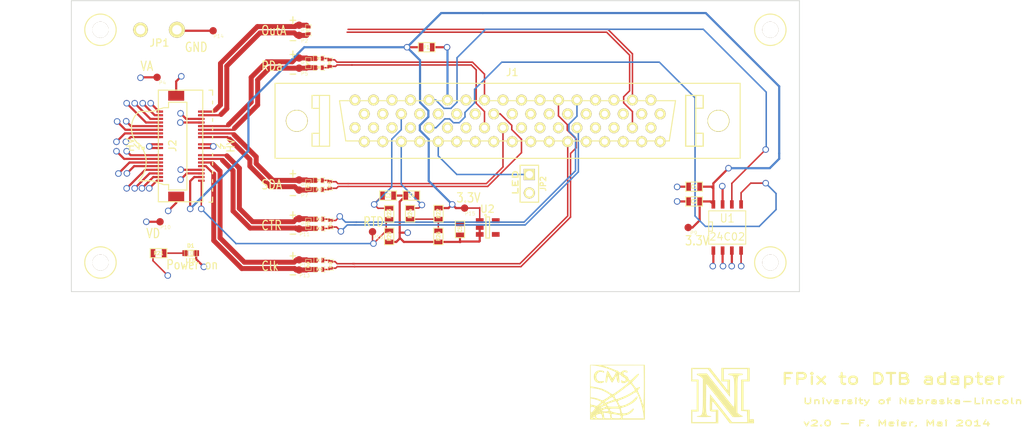
<source format=kicad_pcb>
(kicad_pcb (version 4) (host pcbnew "(2015-03-04 BZR 5478)-product")
  (layers (0 F.Cu signal) (1 Inner2.Cu power hide) (2 Inner1.Cu power hide) (31 B.Cu signal hide) (35 F.Paste user hide) (37 F.SilkS user) (39 F.Mask user hide) (44 Edge.Cuts user))
  (net 0 "")
  (net 1 AIN0)
  (net 2 AIN1)
  (net 3 CLK_n)
  (net 4 CLK_p)
  (net 5 CTR_n)
  (net 6 CTR_p)
  (net 7 GND)
  (net 8 HV)
  (net 9 I2C_SCL2)
  (net 10 I2C_SDA2)
  (net 11 POWER_ON)
  (net 12 RTD-)
  (net 13 SDATA1_n)
  (net 14 SDATA1_p)
  (net 15 SDA_n)
  (net 16 SDA_p)
  (net 17 TBM_Clk_In+)
  (net 18 TBM_Clk_In-)
  (net 19 TBM_Out_A+)
  (net 20 TBM_Out_A-)
  (net 21 TBM_RDa_Out+)
  (net 22 TBM_RDa_Out-)
  (net 23 TBM_SD_In+)
  (net 24 TBM_SD_In-)
  (net 25 TBM_Trig_In+)
  (net 26 TBM_Trig_In-)
  (net 27 TOUT_n)
  (net 28 TOUT_p)
  (net 29 VA)
  (net 30 VD)
  (net 31 RTD+)
  (net 32 "Net-(D1-Pad1)")
  (net 33 "Net-(F1-Pad2)")
  (net 34 "Net-(JP2-Pad2)")
  (net 35 "Net-(R22-Pad1)")
  (module SM0603 (layer F.Cu) (at 103.378 91.44 270)
    (fp_text reference C5 (at 0 0 270) (layer F.SilkS) (effects (font (size 0.508 0.4572) (thickness 0.1143))))
    (fp_text value 1U hide)
    (pad 1 smd rect (at -0.762 0 270) (size 0.635 1.143) (layers F.Cu F.Paste F.Mask) (net 2 AIN1))
    (pad 2 smd rect (at 0.762 0 270) (size 0.635 1.143) (layers F.Cu F.Paste F.Mask) (net 7 GND))
  )
  (module testpad (layer F.Cu) (at 69.469 64.135)
    (fp_text reference P14 (at 0.75 0.75 180) (layer F.SilkS) (effects (font (size 0.5 0.5) (thickness 0.05))))
    (fp_text value GND hide)
    (pad 1 smd circle (at 0 0) (size 1.016 1.016) (layers F.Cu F.Paste F.Mask) (net 7 GND))
  )
  (module testpad (layer F.Cu) (at 81.28 89.9795)
    (fp_text reference P8 (at 0.75 0.75 180) (layer F.SilkS) (effects (font (size 0.5 0.5) (thickness 0.05))))
    (fp_text value CTR+ hide)
    (pad 1 smd circle (at 0 0) (size 1.016 1.016) (layers F.Cu F.Paste F.Mask) (net 25 TBM_Trig_In+))
  )
  (module testpad (layer F.Cu) (at 81.28 95.631)
    (fp_text reference P12 (at 0.75 0.75 180) (layer F.SilkS) (effects (font (size 0.5 0.5) (thickness 0.05))))
    (fp_text value CLK+ hide)
    (pad 1 smd circle (at 0 0) (size 1.016 1.016) (layers F.Cu F.Paste F.Mask) (net 17 TBM_Clk_In+))
  )
  (module testpad (layer F.Cu) (at 81.28 97.028)
    (fp_text reference P13 (at 0.75 0.75 180) (layer F.SilkS) (effects (font (size 0.5 0.5) (thickness 0.05))))
    (fp_text value CLK- hide)
    (pad 1 smd circle (at 0 0) (size 1.016 1.016) (layers F.Cu F.Paste F.Mask) (net 18 TBM_Clk_In-))
  )
  (module testpad (layer F.Cu) (at 62.1792 90.3986)
    (fp_text reference P10 (at 0.75 0.75 180) (layer F.SilkS) (effects (font (size 0.5 0.5) (thickness 0.05))))
    (fp_text value VD hide)
    (pad 1 smd circle (at 0 0) (size 1.016 1.016) (layers F.Cu F.Paste F.Mask) (net 30 VD))
  )
  (module testpad (layer F.Cu) (at 134.7216 91.186)
    (fp_text reference P9 (at 0.75 0.75 180) (layer F.SilkS) (effects (font (size 0.5 0.5) (thickness 0.05))))
    (fp_text value 3V3 hide)
    (pad 1 smd circle (at 0 0) (size 1.016 1.016) (layers F.Cu F.Paste F.Mask) (net 31 RTD+))
  )
  (module testpad (layer F.Cu) (at 61.7728 70.5358)
    (fp_text reference P4 (at 0.75 0.75 180) (layer F.SilkS) (effects (font (size 0.5 0.5) (thickness 0.05))))
    (fp_text value VA hide)
    (pad 1 smd circle (at 0 0) (size 1.016 1.016) (layers F.Cu F.Paste F.Mask) (net 29 VA))
  )
  (module testpad (layer F.Cu) (at 104.013 88.519)
    (fp_text reference P15 (at 0.75 0.75 180) (layer F.SilkS) (effects (font (size 0.5 0.5) (thickness 0.05))))
    (fp_text value RTD+ hide)
    (pad 1 smd circle (at 0 0) (size 1.016 1.016) (layers F.Cu F.Paste F.Mask) (net 31 RTD+))
  )
  (module testpad (layer F.Cu) (at 91.3638 91.7702)
    (fp_text reference P16 (at 0.75 0.75 180) (layer F.SilkS) (effects (font (size 0.5 0.5) (thickness 0.05))))
    (fp_text value RTD- hide)
    (pad 1 smd circle (at 0 0) (size 1.016 1.016) (layers F.Cu F.Paste F.Mask) (net 12 RTD-))
  )
  (module testpad (layer F.Cu) (at 81.28 63.373)
    (fp_text reference P1 (at 0.75 0.75 180) (layer F.SilkS) (effects (font (size 0.5 0.5) (thickness 0.05))))
    (fp_text value OutA+ hide)
    (pad 1 smd circle (at 0 0) (size 1.016 1.016) (layers F.Cu F.Paste F.Mask) (net 19 TBM_Out_A+))
  )
  (module testpad (layer F.Cu) (at 81.28 64.77)
    (fp_text reference P2 (at 0.75 0.75 180) (layer F.SilkS) (effects (font (size 0.5 0.5) (thickness 0.05))))
    (fp_text value OutA- hide)
    (pad 1 smd circle (at 0 0) (size 1.016 1.016) (layers F.Cu F.Paste F.Mask) (net 20 TBM_Out_A-))
  )
  (module testpad (layer F.Cu) (at 81.28 67.8815)
    (fp_text reference P3 (at 0.75 0.75 180) (layer F.SilkS) (effects (font (size 0.5 0.5) (thickness 0.05))))
    (fp_text value RDa+ hide)
    (pad 1 smd circle (at 0 0) (size 1.016 1.016) (layers F.Cu F.Paste F.Mask) (net 21 TBM_RDa_Out+))
  )
  (module testpad (layer F.Cu) (at 81.28 69.2785)
    (fp_text reference P5 (at 0.75 0.75 180) (layer F.SilkS) (effects (font (size 0.5 0.5) (thickness 0.05))))
    (fp_text value RDa- hide)
    (pad 1 smd circle (at 0 0) (size 1.016 1.016) (layers F.Cu F.Paste F.Mask) (net 22 TBM_RDa_Out-))
  )
  (module testpad (layer F.Cu) (at 81.28 84.6455)
    (fp_text reference P6 (at 0.75 0.75 180) (layer F.SilkS) (effects (font (size 0.5 0.5) (thickness 0.05))))
    (fp_text value SDA+ hide)
    (pad 1 smd circle (at 0 0) (size 1.016 1.016) (layers F.Cu F.Paste F.Mask) (net 23 TBM_SD_In+))
  )
  (module testpad (layer F.Cu) (at 81.28 91.3765)
    (fp_text reference P11 (at 0.75 0.75 180) (layer F.SilkS) (effects (font (size 0.5 0.5) (thickness 0.05))))
    (fp_text value CTR- hide)
    (pad 1 smd circle (at 0 0) (size 1.016 1.016) (layers F.Cu F.Paste F.Mask) (net 26 TBM_Trig_In-))
  )
  (module testpad (layer F.Cu) (at 81.28 86.0425)
    (fp_text reference P7 (at 0.75 0.75 180) (layer F.SilkS) (effects (font (size 0.5 0.5) (thickness 0.05))))
    (fp_text value SDA- hide)
    (pad 1 smd circle (at 0 0) (size 1.016 1.016) (layers F.Cu F.Paste F.Mask) (net 24 TBM_SD_In-))
  )
  (module SO8N (layer F.Cu) (at 140.081 91.186)
    (fp_text reference U1 (at 0 -1.27) (layer F.SilkS) (effects (font (size 1.143 1.016) (thickness 0.127))))
    (fp_text value 24C02 (at 0 1.27) (layer F.SilkS) (effects (font (size 1.016 1.016) (thickness 0.127))))
    (pad 8 smd rect (at -1.905 -3.175) (size 0.508 1.143) (layers F.Cu F.Paste F.Mask) (net 31 RTD+))
    (pad 7 smd rect (at -0.635 -3.175) (size 0.508 1.143) (layers F.Cu F.Paste F.Mask) (net 7 GND))
    (pad 6 smd rect (at 0.635 -3.175) (size 0.508 1.143) (layers F.Cu F.Paste F.Mask) (net 9 I2C_SCL2))
    (pad 5 smd rect (at 1.905 -3.175) (size 0.508 1.143) (layers F.Cu F.Paste F.Mask) (net 10 I2C_SDA2))
    (pad 4 smd rect (at 1.905 3.175) (size 0.508 1.143) (layers F.Cu F.Paste F.Mask) (net 7 GND))
    (pad 3 smd rect (at 0.635 3.175) (size 0.508 1.143) (layers F.Cu F.Paste F.Mask) (net 7 GND))
    (pad 2 smd rect (at -0.635 3.175) (size 0.508 1.143) (layers F.Cu F.Paste F.Mask) (net 7 GND))
    (pad 1 smd rect (at -1.905 3.175) (size 0.508 1.143) (layers F.Cu F.Paste F.Mask) (net 7 GND))
  )
  (module SMK20hv (layer F.Cu) (at 65 80 90)
    (fp_text reference J2 (at 0.06 -1.1 90) (layer F.SilkS))
    (fp_text value CONN-SMK20 hide)
    (pad 1 smd rect (at -4.75 2.85 90) (size 0.3 0.9) (layers F.Cu F.Paste F.Mask) (net 12 RTD-))
    (pad 2 smd rect (at -4.75 -2.85 90) (size 0.3 0.9) (layers F.Cu F.Paste F.Mask) (net 7 GND))
    (pad 3 smd rect (at -4.25 2.85 90) (size 0.3 0.9) (layers F.Cu F.Paste F.Mask) (net 31 RTD+))
    (pad 4 smd rect (at -4.25 -2.85 90) (size 0.3 0.9) (layers F.Cu F.Paste F.Mask) (net 7 GND))
    (pad 5 smd rect (at -3.75 2.85 90) (size 0.3 0.9) (layers F.Cu F.Paste F.Mask) (net 30 VD))
    (pad 6 smd rect (at -3.75 -2.85 90) (size 0.3 0.9) (layers F.Cu F.Paste F.Mask) (net 7 GND))
    (pad 7 smd rect (at -3.25 2.85 90) (size 0.3 0.9) (layers F.Cu F.Paste F.Mask) (net 30 VD))
    (pad 8 smd rect (at -3.25 -2.85 90) (size 0.3 0.9) (layers F.Cu F.Paste F.Mask) (net 7 GND))
    (pad 9 smd rect (at -2.75 2.85 90) (size 0.3 0.9) (layers F.Cu F.Paste F.Mask) (net 18 TBM_Clk_In-))
    (pad 10 smd rect (at -2.75 -2.85 90) (size 0.3 0.9) (layers F.Cu F.Paste F.Mask) (net 30 VD))
    (pad 11 smd rect (at -2.25 2.85 90) (size 0.3 0.9) (layers F.Cu F.Paste F.Mask) (net 17 TBM_Clk_In+))
    (pad 12 smd rect (at -2.25 -2.85 90) (size 0.3 0.9) (layers F.Cu F.Paste F.Mask) (net 30 VD))
    (pad 13 smd rect (at -1.75 2.85 90) (size 0.3 0.9) (layers F.Cu F.Paste F.Mask) (net 26 TBM_Trig_In-))
    (pad 14 smd rect (at -1.75 -2.85 90) (size 0.3 0.9) (layers F.Cu F.Paste F.Mask) (net 7 GND))
    (pad 15 smd rect (at -1.25 2.85 90) (size 0.3 0.9) (layers F.Cu F.Paste F.Mask) (net 25 TBM_Trig_In+))
    (pad 16 smd rect (at -1.25 -2.85 90) (size 0.3 0.9) (layers F.Cu F.Paste F.Mask) (net 7 GND))
    (pad 19 smd rect (at -0.25 2.85 90) (size 0.3 0.9) (layers F.Cu F.Paste F.Mask) (net 8 HV))
    (pad 20 smd rect (at -0.25 -2.85 90) (size 0.3 0.9) (layers F.Cu F.Paste F.Mask) (net 8 HV))
    (pad 21 smd rect (at 0.25 2.85 90) (size 0.3 0.9) (layers F.Cu F.Paste F.Mask) (net 8 HV))
    (pad 22 smd rect (at 0.25 -2.85 90) (size 0.3 0.9) (layers F.Cu F.Paste F.Mask) (net 8 HV))
    (pad 25 smd rect (at 1.25 2.85 90) (size 0.3 0.9) (layers F.Cu F.Paste F.Mask) (net 24 TBM_SD_In-))
    (pad 26 smd rect (at 1.25 -2.85 90) (size 0.3 0.9) (layers F.Cu F.Paste F.Mask) (net 7 GND))
    (pad 27 smd rect (at 1.75 2.85 90) (size 0.3 0.9) (layers F.Cu F.Paste F.Mask) (net 23 TBM_SD_In+))
    (pad 28 smd rect (at 1.75 -2.85 90) (size 0.3 0.9) (layers F.Cu F.Paste F.Mask) (net 7 GND))
    (pad 29 smd rect (at 2.25 2.85 90) (size 0.3 0.9) (layers F.Cu F.Paste F.Mask) (net 22 TBM_RDa_Out-))
    (pad 30 smd rect (at 2.25 -2.85 90) (size 0.3 0.9) (layers F.Cu F.Paste F.Mask) (net 29 VA))
    (pad 31 smd rect (at 2.75 2.85 90) (size 0.3 0.9) (layers F.Cu F.Paste F.Mask) (net 21 TBM_RDa_Out+))
    (pad 32 smd rect (at 2.75 -2.85 90) (size 0.3 0.9) (layers F.Cu F.Paste F.Mask) (net 29 VA))
    (pad 33 smd rect (at 3.25 2.85 90) (size 0.3 0.9) (layers F.Cu F.Paste F.Mask) (net 29 VA))
    (pad 34 smd rect (at 3.25 -2.85 90) (size 0.3 0.9) (layers F.Cu F.Paste F.Mask) (net 7 GND))
    (pad 35 smd rect (at 3.75 2.85 90) (size 0.3 0.9) (layers F.Cu F.Paste F.Mask) (net 29 VA))
    (pad 36 smd rect (at 3.75 -2.85 90) (size 0.3 0.9) (layers F.Cu F.Paste F.Mask) (net 7 GND))
    (pad 37 smd rect (at 4.25 2.85 90) (size 0.3 0.9) (layers F.Cu F.Paste F.Mask) (net 20 TBM_Out_A-))
    (pad 38 smd rect (at 4.25 -2.85 90) (size 0.3 0.9) (layers F.Cu F.Paste F.Mask) (net 7 GND))
    (pad 39 smd rect (at 4.75 2.85 90) (size 0.3 0.9) (layers F.Cu F.Paste F.Mask) (net 19 TBM_Out_A+))
    (pad 40 smd rect (at 4.75 -2.85 90) (size 0.3 0.9) (layers F.Cu F.Paste F.Mask) (net 7 GND))
    (pad 41 smd rect (at -6.93 -0.6 90) (size 1.35 2.2) (layers F.Cu F.Paste F.Mask) (net 7 GND))
    (pad 42 smd rect (at 6.925 -0.6 90) (size 1.35 2.2) (layers F.Cu F.Paste F.Mask) (net 7 GND))
  )
  (module SM0603 (layer F.Cu) (at 96.52 89.281 90)
    (fp_text reference R24 (at 0 0 90) (layer F.SilkS) (effects (font (size 0.508 0.4572) (thickness 0.1143))))
    (fp_text value "10k 5%" hide)
    (pad 1 smd rect (at -0.762 0 90) (size 0.635 1.143) (layers F.Cu F.Paste F.Mask) (net 35 "Net-(R22-Pad1)"))
    (pad 2 smd rect (at 0.762 0 90) (size 0.635 1.143) (layers F.Cu F.Paste F.Mask) (net 2 AIN1))
  )
  (module SM0603 (layer F.Cu) (at 96.7 86.8 180)
    (fp_text reference C4 (at 0 0 180) (layer F.SilkS) (effects (font (size 0.508 0.4572) (thickness 0.1143))))
    (fp_text value 100n hide)
    (pad 1 smd rect (at -0.762 0 180) (size 0.635 1.143) (layers F.Cu F.Paste F.Mask) (net 2 AIN1))
    (pad 2 smd rect (at 0.762 0 180) (size 0.635 1.143) (layers F.Cu F.Paste F.Mask) (net 7 GND))
  )
  (module SM0603 (layer F.Cu) (at 135.5344 85.5726 180)
    (fp_text reference C1 (at 0 0 180) (layer F.SilkS) (effects (font (size 0.508 0.4572) (thickness 0.1143))))
    (fp_text value 100n hide)
    (pad 1 smd rect (at -0.762 0 180) (size 0.635 1.143) (layers F.Cu F.Paste F.Mask) (net 31 RTD+))
    (pad 2 smd rect (at 0.762 0 180) (size 0.635 1.143) (layers F.Cu F.Paste F.Mask) (net 7 GND))
  )
  (module SM0603 (layer F.Cu) (at 135.5344 87.6046 180)
    (fp_text reference C2 (at 0 0 180) (layer F.SilkS) (effects (font (size 0.508 0.4572) (thickness 0.1143))))
    (fp_text value 1u hide)
    (pad 1 smd rect (at -0.762 0 180) (size 0.635 1.143) (layers F.Cu F.Paste F.Mask) (net 31 RTD+))
    (pad 2 smd rect (at 0.762 0 180) (size 0.635 1.143) (layers F.Cu F.Paste F.Mask) (net 7 GND))
  )
  (module SM0603 (layer F.Cu) (at 93.5 86.8)
    (fp_text reference C3 (at 0 0) (layer F.SilkS) (effects (font (size 0.508 0.4572) (thickness 0.1143))))
    (fp_text value 100n hide)
    (pad 1 smd rect (at -0.762 0) (size 0.635 1.143) (layers F.Cu F.Paste F.Mask) (net 1 AIN0))
    (pad 2 smd rect (at 0.762 0) (size 0.635 1.143) (layers F.Cu F.Paste F.Mask) (net 7 GND))
  )
  (module SM0603 (layer F.Cu) (at 100.4316 89.281 90)
    (fp_text reference R22 (at 0 0 90) (layer F.SilkS) (effects (font (size 0.508 0.4572) (thickness 0.1143))))
    (fp_text value "10k 0.1%" hide)
    (pad 1 smd rect (at -0.762 0 90) (size 0.635 1.143) (layers F.Cu F.Paste F.Mask) (net 35 "Net-(R22-Pad1)"))
    (pad 2 smd rect (at 0.762 0 90) (size 0.635 1.143) (layers F.Cu F.Paste F.Mask) (net 31 RTD+))
  )
  (module SM0603 (layer F.Cu) (at 93.6498 92.4052 270)
    (fp_text reference R25 (at 0 0 270) (layer F.SilkS) (effects (font (size 0.508 0.4572) (thickness 0.1143))))
    (fp_text value "10k 0.1%" hide)
    (pad 1 smd rect (at -0.762 0 270) (size 0.635 1.143) (layers F.Cu F.Paste F.Mask) (net 12 RTD-))
    (pad 2 smd rect (at 0.762 0 270) (size 0.635 1.143) (layers F.Cu F.Paste F.Mask) (net 7 GND))
  )
  (module SM0603 (layer F.Cu) (at 100.4062 92.4052 270)
    (fp_text reference R26 (at 0 0 270) (layer F.SilkS) (effects (font (size 0.508 0.4572) (thickness 0.1143))))
    (fp_text value "10k 0.1%" hide)
    (pad 1 smd rect (at -0.762 0 270) (size 0.635 1.143) (layers F.Cu F.Paste F.Mask) (net 35 "Net-(R22-Pad1)"))
    (pad 2 smd rect (at 0.762 0 270) (size 0.635 1.143) (layers F.Cu F.Paste F.Mask) (net 7 GND))
  )
  (module SM0603 (layer F.Cu) (at 93.6498 89.3064 90)
    (fp_text reference R23 (at 0 0 90) (layer F.SilkS) (effects (font (size 0.508 0.4572) (thickness 0.1143))))
    (fp_text value "10k 5%" hide)
    (pad 1 smd rect (at -0.762 0 90) (size 0.635 1.143) (layers F.Cu F.Paste F.Mask) (net 12 RTD-))
    (pad 2 smd rect (at 0.762 0 90) (size 0.635 1.143) (layers F.Cu F.Paste F.Mask) (net 1 AIN0))
  )
  (module SM0603 (layer F.Cu) (at 61.976 94.7166)
    (fp_text reference R21 (at 0 0) (layer F.SilkS) (effects (font (size 0.508 0.4572) (thickness 0.1143))))
    (fp_text value 56 hide)
    (pad 1 smd rect (at -0.762 0) (size 0.635 1.143) (layers F.Cu F.Paste F.Mask) (net 34 "Net-(JP2-Pad2)"))
    (pad 2 smd rect (at 0.762 0) (size 0.635 1.143) (layers F.Cu F.Paste F.Mask) (net 32 "Net-(D1-Pad1)"))
  )
  (module SM0402 (layer F.Cu) (at 85.598 96.3295 270)
    (fp_text reference R18 (at 0 0 270) (layer F.SilkS) (effects (font (size 0.35052 0.3048) (thickness 0.07112))))
    (fp_text value 10G hide)
    (pad 1 smd rect (at -0.44958 0 270) (size 0.39878 0.59944) (layers F.Cu F.Paste F.Mask) (net 4 CLK_p))
    (pad 2 smd rect (at 0.44958 0 270) (size 0.39878 0.59944) (layers F.Cu F.Paste F.Mask) (net 3 CLK_n))
  )
  (module SM0402 (layer F.Cu) (at 85.471 68.58 270)
    (fp_text reference R6 (at 0 0 270) (layer F.SilkS) (effects (font (size 0.35052 0.3048) (thickness 0.07112))))
    (fp_text value 10G hide)
    (pad 1 smd rect (at -0.44958 0 270) (size 0.39878 0.59944) (layers F.Cu F.Paste F.Mask) (net 28 TOUT_p))
    (pad 2 smd rect (at 0.44958 0 270) (size 0.39878 0.59944) (layers F.Cu F.Paste F.Mask) (net 27 TOUT_n))
  )
  (module SM0402 (layer F.Cu) (at 85.471 85.344 270)
    (fp_text reference R10 (at 0 0 270) (layer F.SilkS) (effects (font (size 0.35052 0.3048) (thickness 0.07112))))
    (fp_text value 10G hide)
    (pad 1 smd rect (at -0.44958 0 270) (size 0.39878 0.59944) (layers F.Cu F.Paste F.Mask) (net 16 SDA_p))
    (pad 2 smd rect (at 0.44958 0 270) (size 0.39878 0.59944) (layers F.Cu F.Paste F.Mask) (net 15 SDA_n))
  )
  (module SM0402 (layer F.Cu) (at 85.598 90.678 270)
    (fp_text reference R14 (at 0 0 270) (layer F.SilkS) (effects (font (size 0.35052 0.3048) (thickness 0.07112))))
    (fp_text value 10G hide)
    (pad 1 smd rect (at -0.44958 0 270) (size 0.39878 0.59944) (layers F.Cu F.Paste F.Mask) (net 6 CTR_p))
    (pad 2 smd rect (at 0.44958 0 270) (size 0.39878 0.59944) (layers F.Cu F.Paste F.Mask) (net 5 CTR_n))
  )
  (module SM0402 (layer F.Cu) (at 82.55 85.344 270)
    (fp_text reference R11 (at 0 0 270) (layer F.SilkS) (effects (font (size 0.35052 0.3048) (thickness 0.07112))))
    (fp_text value 91 hide)
    (pad 1 smd rect (at -0.44958 0 270) (size 0.39878 0.59944) (layers F.Cu F.Paste F.Mask) (net 23 TBM_SD_In+))
    (pad 2 smd rect (at 0.44958 0 270) (size 0.39878 0.59944) (layers F.Cu F.Paste F.Mask) (net 24 TBM_SD_In-))
  )
  (module SM0402 (layer F.Cu) (at 82.55 64.0715 270)
    (fp_text reference R3 (at 0 0 270) (layer F.SilkS) (effects (font (size 0.35052 0.3048) (thickness 0.07112))))
    (fp_text value R hide)
    (pad 1 smd rect (at -0.44958 0 270) (size 0.39878 0.59944) (layers F.Cu F.Paste F.Mask) (net 14 SDATA1_p))
    (pad 2 smd rect (at 0.44958 0 270) (size 0.39878 0.59944) (layers F.Cu F.Paste F.Mask) (net 13 SDATA1_n))
  )
  (module SM0402 (layer F.Cu) (at 84.0105 67.945 180)
    (fp_text reference R5 (at 0 0 180) (layer F.SilkS) (effects (font (size 0.35052 0.3048) (thickness 0.07112))))
    (fp_text value 0 hide)
    (pad 1 smd rect (at -0.44958 0 180) (size 0.39878 0.59944) (layers F.Cu F.Paste F.Mask) (net 28 TOUT_p))
    (pad 2 smd rect (at 0.44958 0 180) (size 0.39878 0.59944) (layers F.Cu F.Paste F.Mask) (net 21 TBM_RDa_Out+))
  )
  (module SM0402 (layer F.Cu) (at 82.55 68.58 270)
    (fp_text reference R7 (at 0 0 270) (layer F.SilkS) (effects (font (size 0.35052 0.3048) (thickness 0.07112))))
    (fp_text value 120 hide)
    (pad 1 smd rect (at -0.44958 0 270) (size 0.39878 0.59944) (layers F.Cu F.Paste F.Mask) (net 21 TBM_RDa_Out+))
    (pad 2 smd rect (at 0.44958 0 270) (size 0.39878 0.59944) (layers F.Cu F.Paste F.Mask) (net 22 TBM_RDa_Out-))
  )
  (module SM0402 (layer F.Cu) (at 84.0105 69.215 180)
    (fp_text reference R8 (at 0 0 180) (layer F.SilkS) (effects (font (size 0.35052 0.3048) (thickness 0.07112))))
    (fp_text value 0 hide)
    (pad 1 smd rect (at -0.44958 0 180) (size 0.39878 0.59944) (layers F.Cu F.Paste F.Mask) (net 27 TOUT_n))
    (pad 2 smd rect (at 0.44958 0 180) (size 0.39878 0.59944) (layers F.Cu F.Paste F.Mask) (net 22 TBM_RDa_Out-))
  )
  (module SM0402 (layer F.Cu) (at 84.0105 84.709 180)
    (fp_text reference R9 (at 0 0 180) (layer F.SilkS) (effects (font (size 0.35052 0.3048) (thickness 0.07112))))
    (fp_text value 39 hide)
    (pad 1 smd rect (at -0.44958 0 180) (size 0.39878 0.59944) (layers F.Cu F.Paste F.Mask) (net 16 SDA_p))
    (pad 2 smd rect (at 0.44958 0 180) (size 0.39878 0.59944) (layers F.Cu F.Paste F.Mask) (net 23 TBM_SD_In+))
  )
  (module SM0402 (layer F.Cu) (at 84.0105 85.979 180)
    (fp_text reference R12 (at 0 0 180) (layer F.SilkS) (effects (font (size 0.35052 0.3048) (thickness 0.07112))))
    (fp_text value 39 hide)
    (pad 1 smd rect (at -0.44958 0 180) (size 0.39878 0.59944) (layers F.Cu F.Paste F.Mask) (net 15 SDA_n))
    (pad 2 smd rect (at 0.44958 0 180) (size 0.39878 0.59944) (layers F.Cu F.Paste F.Mask) (net 24 TBM_SD_In-))
  )
  (module SM0402 (layer F.Cu) (at 84.074 90.043 180)
    (fp_text reference R13 (at 0 0 180) (layer F.SilkS) (effects (font (size 0.35052 0.3048) (thickness 0.07112))))
    (fp_text value 39 hide)
    (pad 1 smd rect (at -0.44958 0 180) (size 0.39878 0.59944) (layers F.Cu F.Paste F.Mask) (net 6 CTR_p))
    (pad 2 smd rect (at 0.44958 0 180) (size 0.39878 0.59944) (layers F.Cu F.Paste F.Mask) (net 25 TBM_Trig_In+))
  )
  (module SM0402 (layer F.Cu) (at 82.55 90.678 270)
    (fp_text reference R15 (at 0 0 270) (layer F.SilkS) (effects (font (size 0.35052 0.3048) (thickness 0.07112))))
    (fp_text value 91 hide)
    (pad 1 smd rect (at -0.44958 0 270) (size 0.39878 0.59944) (layers F.Cu F.Paste F.Mask) (net 25 TBM_Trig_In+))
    (pad 2 smd rect (at 0.44958 0 270) (size 0.39878 0.59944) (layers F.Cu F.Paste F.Mask) (net 26 TBM_Trig_In-))
  )
  (module SM0402 (layer F.Cu) (at 84.074 91.313 180)
    (fp_text reference R16 (at 0 0 180) (layer F.SilkS) (effects (font (size 0.35052 0.3048) (thickness 0.07112))))
    (fp_text value 39 hide)
    (pad 1 smd rect (at -0.44958 0 180) (size 0.39878 0.59944) (layers F.Cu F.Paste F.Mask) (net 5 CTR_n))
    (pad 2 smd rect (at 0.44958 0 180) (size 0.39878 0.59944) (layers F.Cu F.Paste F.Mask) (net 26 TBM_Trig_In-))
  )
  (module SM0402 (layer F.Cu) (at 84.074 95.6945 180)
    (fp_text reference R17 (at 0 0 180) (layer F.SilkS) (effects (font (size 0.35052 0.3048) (thickness 0.07112))))
    (fp_text value 39 hide)
    (pad 1 smd rect (at -0.44958 0 180) (size 0.39878 0.59944) (layers F.Cu F.Paste F.Mask) (net 4 CLK_p))
    (pad 2 smd rect (at 0.44958 0 180) (size 0.39878 0.59944) (layers F.Cu F.Paste F.Mask) (net 17 TBM_Clk_In+))
  )
  (module SM0402 (layer F.Cu) (at 82.55 96.3295 90)
    (fp_text reference R19 (at 0 0 90) (layer F.SilkS) (effects (font (size 0.35052 0.3048) (thickness 0.07112))))
    (fp_text value 91 hide)
    (pad 1 smd rect (at -0.44958 0 90) (size 0.39878 0.59944) (layers F.Cu F.Paste F.Mask) (net 18 TBM_Clk_In-))
    (pad 2 smd rect (at 0.44958 0 90) (size 0.39878 0.59944) (layers F.Cu F.Paste F.Mask) (net 17 TBM_Clk_In+))
  )
  (module SM0402 (layer F.Cu) (at 84.074 96.9645 180)
    (fp_text reference R20 (at 0 0 180) (layer F.SilkS) (effects (font (size 0.35052 0.3048) (thickness 0.07112))))
    (fp_text value 39 hide)
    (pad 1 smd rect (at -0.44958 0 180) (size 0.39878 0.59944) (layers F.Cu F.Paste F.Mask) (net 3 CLK_n))
    (pad 2 smd rect (at 0.44958 0 180) (size 0.39878 0.59944) (layers F.Cu F.Paste F.Mask) (net 18 TBM_Clk_In-))
  )
  (module SCSI68up (layer F.Cu) (at 109.9185 76.5175)
    (fp_text reference J1 (at 0.635 -6.6675) (layer F.SilkS))
    (fp_text value CONN-SCSI68 hide)
    (pad 1 thru_hole circle (at 20.955 -0.9525) (size 1.5 1.5) (drill 0.86) (layers *.Cu *.Mask F.SilkS))
    (pad 2 thru_hole circle (at 20.955 2.8575) (size 1.5 1.5) (drill 0.86) (layers *.Cu *.Mask F.SilkS))
    (pad 3 thru_hole circle (at 19.685 -2.8575) (size 1.5 1.5) (drill 0.86) (layers *.Cu *.Mask F.SilkS))
    (pad 4 thru_hole circle (at 19.685 0.9525) (size 1.5 1.5) (drill 0.86) (layers *.Cu *.Mask F.SilkS) (net 7 GND))
    (pad 5 thru_hole circle (at 18.415 -0.9525) (size 1.5 1.5) (drill 0.86) (layers *.Cu *.Mask F.SilkS))
    (pad 6 thru_hole circle (at 18.415 2.8575) (size 1.5 1.5) (drill 0.86) (layers *.Cu *.Mask F.SilkS) (net 7 GND))
    (pad 7 thru_hole circle (at 17.145 -2.8575) (size 1.5 1.5) (drill 0.86) (layers *.Cu *.Mask F.SilkS) (net 14 SDATA1_p))
    (pad 8 thru_hole circle (at 17.145 0.9525) (size 1.5 1.5) (drill 0.86) (layers *.Cu *.Mask F.SilkS) (net 13 SDATA1_n))
    (pad 9 thru_hole circle (at 15.875 -0.9525) (size 1.5 1.5) (drill 0.86) (layers *.Cu *.Mask F.SilkS) (net 7 GND))
    (pad 10 thru_hole circle (at 15.875 2.8575) (size 1.5 1.5) (drill 0.86) (layers *.Cu *.Mask F.SilkS))
    (pad 11 thru_hole circle (at 14.605 -2.8575) (size 1.5 1.5) (drill 0.86) (layers *.Cu *.Mask F.SilkS))
    (pad 12 thru_hole circle (at 14.605 0.9525) (size 1.5 1.5) (drill 0.86) (layers *.Cu *.Mask F.SilkS))
    (pad 13 thru_hole circle (at 13.335 -0.9525) (size 1.5 1.5) (drill 0.86) (layers *.Cu *.Mask F.SilkS))
    (pad 14 thru_hole circle (at 13.335 2.8575) (size 1.5 1.5) (drill 0.86) (layers *.Cu *.Mask F.SilkS))
    (pad 15 thru_hole circle (at 12.065 -2.8575) (size 1.5 1.5) (drill 0.86) (layers *.Cu *.Mask F.SilkS) (net 7 GND))
    (pad 16 thru_hole circle (at 12.065 0.9525) (size 1.5 1.5) (drill 0.86) (layers *.Cu *.Mask F.SilkS))
    (pad 17 thru_hole circle (at 10.795 -0.9525) (size 1.5 1.5) (drill 0.86) (layers *.Cu *.Mask F.SilkS))
    (pad 18 thru_hole circle (at 10.795 2.8575) (size 1.5 1.5) (drill 0.86) (layers *.Cu *.Mask F.SilkS) (net 7 GND))
    (pad 19 thru_hole circle (at 9.525 -2.8575) (size 1.5 1.5) (drill 0.86) (layers *.Cu *.Mask F.SilkS) (net 6 CTR_p))
    (pad 20 thru_hole circle (at 9.525 0.9525) (size 1.5 1.5) (drill 0.86) (layers *.Cu *.Mask F.SilkS) (net 5 CTR_n))
    (pad 21 thru_hole circle (at 8.255 -0.9525) (size 1.5 1.5) (drill 0.86) (layers *.Cu *.Mask F.SilkS) (net 7 GND))
    (pad 22 thru_hole circle (at 8.255 2.8575) (size 1.5 1.5) (drill 0.86) (layers *.Cu *.Mask F.SilkS) (net 4 CLK_p))
    (pad 23 thru_hole circle (at 6.985 -2.8575) (size 1.5 1.5) (drill 0.86) (layers *.Cu *.Mask F.SilkS) (net 3 CLK_n))
    (pad 24 thru_hole circle (at 6.985 0.9525) (size 1.5 1.5) (drill 0.86) (layers *.Cu *.Mask F.SilkS) (net 7 GND))
    (pad 25 thru_hole circle (at 5.715 -0.9525) (size 1.5 1.5) (drill 0.86) (layers *.Cu *.Mask F.SilkS) (net 29 VA))
    (pad 26 thru_hole circle (at 5.715 2.8575) (size 1.5 1.5) (drill 0.86) (layers *.Cu *.Mask F.SilkS) (net 29 VA))
    (pad 27 thru_hole circle (at 4.445 -2.8575) (size 1.5 1.5) (drill 0.86) (layers *.Cu *.Mask F.SilkS) (net 29 VA))
    (pad 28 thru_hole circle (at 4.445 0.9525) (size 1.5 1.5) (drill 0.86) (layers *.Cu *.Mask F.SilkS) (net 29 VA))
    (pad 29 thru_hole circle (at 3.175 -0.9525) (size 1.5 1.5) (drill 0.86) (layers *.Cu *.Mask F.SilkS) (net 30 VD))
    (pad 30 thru_hole circle (at 3.175 2.8575) (size 1.5 1.5) (drill 0.86) (layers *.Cu *.Mask F.SilkS) (net 7 GND))
    (pad 31 thru_hole circle (at 1.905 -2.8575) (size 1.5 1.5) (drill 0.86) (layers *.Cu *.Mask F.SilkS))
    (pad 32 thru_hole circle (at 1.905 0.9525) (size 1.5 1.5) (drill 0.86) (layers *.Cu *.Mask F.SilkS))
    (pad 33 thru_hole circle (at 0.635 -0.9525) (size 1.5 1.5) (drill 0.86) (layers *.Cu *.Mask F.SilkS))
    (pad 34 thru_hole circle (at 0.635 2.8575) (size 1.5 1.5) (drill 0.86) (layers *.Cu *.Mask F.SilkS))
    (pad 35 thru_hole circle (at -0.635 -2.8575) (size 1.5 1.5) (drill 0.86) (layers *.Cu *.Mask F.SilkS) (net 7 GND))
    (pad 36 thru_hole circle (at -0.635 0.9525) (size 1.5 1.5) (drill 0.86) (layers *.Cu *.Mask F.SilkS) (net 16 SDA_p))
    (pad 37 thru_hole circle (at -1.905 -0.9525) (size 1.5 1.5) (drill 0.86) (layers *.Cu *.Mask F.SilkS) (net 15 SDA_n))
    (pad 38 thru_hole circle (at -1.905 2.8575) (size 1.5 1.5) (drill 0.86) (layers *.Cu *.Mask F.SilkS) (net 7 GND))
    (pad 39 thru_hole circle (at -3.175 -2.8575) (size 1.5 1.5) (drill 0.86) (layers *.Cu *.Mask F.SilkS) (net 28 TOUT_p))
    (pad 40 thru_hole circle (at -3.175 0.9525) (size 1.5 1.5) (drill 0.86) (layers *.Cu *.Mask F.SilkS) (net 27 TOUT_n))
    (pad 41 thru_hole circle (at -4.445 -0.9525) (size 1.5 1.5) (drill 0.86) (layers *.Cu *.Mask F.SilkS) (net 7 GND))
    (pad 42 thru_hole circle (at -4.445 2.8575) (size 1.5 1.5) (drill 0.86) (layers *.Cu *.Mask F.SilkS) (net 30 VD))
    (pad 43 thru_hole circle (at -5.715 -2.8575) (size 1.5 1.5) (drill 0.86) (layers *.Cu *.Mask F.SilkS) (net 30 VD))
    (pad 44 thru_hole circle (at -5.715 0.9525) (size 1.5 1.5) (drill 0.86) (layers *.Cu *.Mask F.SilkS) (net 30 VD))
    (pad 45 thru_hole circle (at -6.985 -0.9525) (size 1.5 1.5) (drill 0.86) (layers *.Cu *.Mask F.SilkS) (net 30 VD))
    (pad 46 thru_hole circle (at -6.985 2.8575) (size 1.5 1.5) (drill 0.86) (layers *.Cu *.Mask F.SilkS) (net 7 GND))
    (pad 47 thru_hole circle (at -8.255 -2.8575) (size 1.5 1.5) (drill 0.86) (layers *.Cu *.Mask F.SilkS) (net 33 "Net-(F1-Pad2)"))
    (pad 48 thru_hole circle (at -8.255 0.9525) (size 1.5 1.5) (drill 0.86) (layers *.Cu *.Mask F.SilkS))
    (pad 49 thru_hole circle (at -9.525 -0.9525) (size 1.5 1.5) (drill 0.86) (layers *.Cu *.Mask F.SilkS))
    (pad 50 thru_hole circle (at -9.525 2.8575) (size 1.5 1.5) (drill 0.86) (layers *.Cu *.Mask F.SilkS) (net 11 POWER_ON))
    (pad 51 thru_hole circle (at -10.795 -2.8575) (size 1.5 1.5) (drill 0.86) (layers *.Cu *.Mask F.SilkS) (net 9 I2C_SCL2))
    (pad 52 thru_hole circle (at -10.795 0.9525) (size 1.5 1.5) (drill 0.86) (layers *.Cu *.Mask F.SilkS) (net 10 I2C_SDA2))
    (pad 53 thru_hole circle (at -12.065 -0.9525) (size 1.5 1.5) (drill 0.86) (layers *.Cu *.Mask F.SilkS))
    (pad 54 thru_hole circle (at -12.065 2.8575) (size 1.5 1.5) (drill 0.86) (layers *.Cu *.Mask F.SilkS))
    (pad 55 thru_hole circle (at -13.335 -2.8575) (size 1.5 1.5) (drill 0.86) (layers *.Cu *.Mask F.SilkS))
    (pad 56 thru_hole circle (at -13.335 0.9525) (size 1.5 1.5) (drill 0.86) (layers *.Cu *.Mask F.SilkS))
    (pad 57 thru_hole circle (at -14.605 -0.9525) (size 1.5 1.5) (drill 0.86) (layers *.Cu *.Mask F.SilkS) (net 1 AIN0))
    (pad 58 thru_hole circle (at -14.605 2.8575) (size 1.5 1.5) (drill 0.86) (layers *.Cu *.Mask F.SilkS) (net 2 AIN1))
    (pad 59 thru_hole circle (at -15.875 -2.8575) (size 1.5 1.5) (drill 0.86) (layers *.Cu *.Mask F.SilkS))
    (pad 60 thru_hole circle (at -15.875 0.9525) (size 1.5 1.5) (drill 0.86) (layers *.Cu *.Mask F.SilkS) (net 7 GND))
    (pad 61 thru_hole circle (at -17.145 -0.9525) (size 1.5 1.5) (drill 0.86) (layers *.Cu *.Mask F.SilkS))
    (pad 62 thru_hole circle (at -17.145 2.8575) (size 1.5 1.5) (drill 0.86) (layers *.Cu *.Mask F.SilkS))
    (pad 63 thru_hole circle (at -18.415 -2.8575) (size 1.5 1.5) (drill 0.86) (layers *.Cu *.Mask F.SilkS))
    (pad 64 thru_hole circle (at -18.415 0.9525) (size 1.5 1.5) (drill 0.86) (layers *.Cu *.Mask F.SilkS) (net 7 GND))
    (pad 65 thru_hole circle (at -19.685 -0.9525) (size 1.5 1.5) (drill 0.86) (layers *.Cu *.Mask F.SilkS))
    (pad 66 thru_hole circle (at -19.685 2.8575) (size 1.5 1.5) (drill 0.86) (layers *.Cu *.Mask F.SilkS))
    (pad 67 thru_hole circle (at -20.955 -2.8575) (size 1.5 1.5) (drill 0.86) (layers *.Cu *.Mask F.SilkS))
    (pad 68 thru_hole circle (at -20.955 0.9525) (size 1.5 1.5) (drill 0.86) (layers *.Cu *.Mask F.SilkS) (net 8 HV))
    (pad 71 thru_hole circle (at -28.956 0) (size 3 3) (drill 2.77) (layers *.Cu *.Mask F.SilkS))
    (pad 72 thru_hole circle (at 28.956 0) (size 3 3) (drill 2.77) (layers *.Cu *.Mask F.SilkS))
  )
  (module PIN_ARRAY_2X1 (layer F.Cu) (at 112.903 85.1662 270)
    (fp_text reference JP2 (at 0 -1.905 270) (layer F.SilkS) (effects (font (size 0.762 0.762) (thickness 0.1524))))
    (fp_text value JUMPER hide)
    (pad 1 thru_hole rect (at -1.27 0 270) (size 1.524 1.524) (drill 1.016) (layers *.Cu *.Mask F.SilkS) (net 11 POWER_ON))
    (pad 2 thru_hole circle (at 1.27 0 270) (size 1.524 1.524) (drill 1.016) (layers *.Cu *.Mask F.SilkS) (net 34 "Net-(JP2-Pad2)"))
  )
  (module LED-0603 (layer F.Cu) (at 66.3956 94.7166)
    (fp_text reference D1 (at 0 -1.016) (layer F.SilkS) (effects (font (size 0.508 0.508) (thickness 0.127))))
    (fp_text value LED (at 0 1.016) (layer F.SilkS) (effects (font (size 0.508 0.508) (thickness 0.127))))
    (pad 1 smd rect (at -0.7493 0) (size 0.79756 0.79756) (layers F.Cu F.Paste F.Mask) (net 32 "Net-(D1-Pad1)"))
    (pad 2 smd rect (at 0.7493 0) (size 0.79756 0.79756) (layers F.Cu F.Paste F.Mask))
  )
  (module HarwinShortLnk (layer F.Cu) (at 62 64)
    (fp_text reference JP1 (at 0.1 1.8) (layer F.SilkS))
    (fp_text value JUMPER hide)
    (pad 1 thru_hole circle (at -2.5 0) (size 2 2) (drill 1.25) (layers *.Cu *.Mask F.SilkS) (net 7 GND))
    (pad 2 thru_hole circle (at 2.5 0) (size 2.2 2.2) (drill 1.3) (layers *.Cu *.Mask F.SilkS) (net 7 GND))
  )
  (module lochM2 (layer F.Cu) (at 146 64)
    (fp_text reference loch hide)
    (fp_text value M2 hide)
    (pad 1 thru_hole circle (at 0 0) (size 2.2 2.2) (drill 2.2) (layers *.Cu *.Mask F.SilkS))
  )
  (module lochM2 (layer F.Cu) (at 146 96)
    (fp_text reference loch hide)
    (fp_text value M2 hide)
    (pad 1 thru_hole circle (at 0 0) (size 2.2 2.2) (drill 2.2) (layers *.Cu *.Mask F.SilkS))
  )
  (module lochM2 (layer F.Cu) (at 54 96)
    (fp_text reference loch hide)
    (fp_text value M2 hide)
    (pad 1 thru_hole circle (at 0 0) (size 2.2 2.2) (drill 2.2) (layers *.Cu *.Mask F.SilkS))
  )
  (module lochM2 (layer F.Cu) (at 54 64)
    (fp_text reference loch hide)
    (fp_text value M2 hide)
    (pad 1 thru_hole circle (at 0 0) (size 2.2 2.2) (drill 2.2) (layers *.Cu *.Mask F.SilkS))
  )
  (module LOGO (layer F.Cu) (at 124.968 113.792)
    (fp_text reference G*** hide)
    (fp_text value LOGO hide)
  )
  (module NLOGO (layer F.Cu) (at 139.446 114.3)
    (fp_text reference G*** hide)
    (fp_text value LOGO hide)
  )
  (module SM0603 (layer F.Cu) (at 98.8 66.4)
    (fp_text reference F1 (at 0 0) (layer F.SilkS) (effects (font (size 0.508 0.4572) (thickness 0.1143))))
    (fp_text value FUSE hide)
    (pad 1 smd rect (at -0.762 0) (size 0.635 1.143) (layers F.Cu F.Paste F.Mask) (net 31 RTD+))
    (pad 2 smd rect (at 0.762 0) (size 0.635 1.143) (layers F.Cu F.Paste F.Mask) (net 33 "Net-(F1-Pad2)"))
  )
  (module SOT-23-5 (layer F.Cu) (at 107.188 91.186)
    (fp_text reference U2 (at -0.05 -2.55) (layer F.SilkS))
    (fp_text value TPS769XX)
    (pad 1 smd rect (at -1.1 -0.95) (size 1.06 0.65) (layers F.Cu F.Paste F.Mask) (net 31 RTD+))
    (pad 2 smd rect (at -1.1 0) (size 1.06 0.65) (layers F.Cu F.Paste F.Mask) (net 7 GND))
    (pad 3 smd rect (at -1.1 0.95) (size 1.06 0.65) (layers F.Cu F.Paste F.Mask) (net 7 GND))
    (pad 4 smd rect (at 1.1 0.95) (size 1.06 0.65) (layers F.Cu F.Paste F.Mask))
    (pad 5 smd rect (at 1.1 -0.95) (size 1.06 0.65) (layers F.Cu F.Paste F.Mask))
  )
  (gr_text - (at 79.7 97.6) (layer F.SilkS) (effects (font (size 1.27 1.016) (thickness 0.1524)) (justify left)))
  (gr_text + (at 79.7 95) (layer F.SilkS) (effects (font (size 1.27 1.016) (thickness 0.1524)) (justify left)))
  (gr_text - (at 79.7 92) (layer F.SilkS) (effects (font (size 1.27 1.016) (thickness 0.1524)) (justify left)))
  (gr_text + (at 79.7 89.4) (layer F.SilkS) (effects (font (size 1.27 1.016) (thickness 0.1524)) (justify left)))
  (gr_text - (at 79.7 86.7) (layer F.SilkS) (effects (font (size 1.27 1.016) (thickness 0.1524)) (justify left)))
  (gr_text + (at 79.7 83.7) (layer F.SilkS) (effects (font (size 1.27 1.016) (thickness 0.1524)) (justify left)))
  (gr_text - (at 79.7 70) (layer F.SilkS) (effects (font (size 1.27 1.016) (thickness 0.1524)) (justify left)))
  (gr_text + (at 79.7 67.3) (layer F.SilkS) (effects (font (size 1.27 1.016) (thickness 0.1524)) (justify left)))
  (gr_text - (at 79.7 65.4) (layer F.SilkS) (effects (font (size 1.27 1.016) (thickness 0.1524)) (justify left)))
  (gr_text + (at 79.7 62.6) (layer F.SilkS) (effects (font (size 1.27 1.016) (thickness 0.1524)) (justify left)))
  (gr_line (start 60 80.4) (end 59.7 80.4) (angle 90) (layer F.SilkS) (width 0.1524))
  (gr_line (start 60 80.4) (end 60 80.1) (angle 90) (layer F.SilkS) (width 0.1524))
  (gr_line (start 59.3 79.7) (end 60 80.4) (angle 90) (layer F.SilkS) (width 0.1524))
  (gr_line (start 59.3 80.4) (end 59.3 79.7) (angle 90) (layer F.SilkS) (width 0.1524))
  (gr_line (start 58.6 79.7) (end 59.3 80.4) (angle 90) (layer F.SilkS) (width 0.1524))
  (gr_line (start 71.1 80.3) (end 70.9 80.3) (angle 90) (layer F.SilkS) (width 0.1524))
  (gr_line (start 71.1 80.3) (end 71.1 80.1) (angle 90) (layer F.SilkS) (width 0.1524))
  (gr_line (start 70.5 79.7) (end 71.1 80.3) (angle 90) (layer F.SilkS) (width 0.1524))
  (gr_line (start 70.5 80.3) (end 70.5 79.7) (angle 90) (layer F.SilkS) (width 0.1524))
  (gr_line (start 69.9 79.7) (end 70.5 80.3) (angle 90) (layer F.SilkS) (width 0.1524))
  (gr_text HV (at 58.1 80.9 90) (layer F.SilkS) (effects (font (size 1.016 1.016) (thickness 0.1524)) (justify left)))
  (gr_text HV (at 71.9 81 90) (layer F.SilkS) (effects (font (size 1.016 1.016) (thickness 0.1524)) (justify left)))
  (gr_text 3.3V (at 134.2 93) (layer F.SilkS) (effects (font (size 1.27 1.016) (thickness 0.1524)) (justify left)))
  (gr_text 3.3V (at 102.8 87.1) (layer F.SilkS) (effects (font (size 1.27 1.016) (thickness 0.1524)) (justify left)))
  (gr_text RTD (at 90 90.4) (layer F.SilkS) (effects (font (size 1.27 1.016) (thickness 0.1524)) (justify left)))
  (gr_text VD (at 60.2 92) (layer F.SilkS) (effects (font (size 1.27 1.016) (thickness 0.1524)) (justify left)))
  (gr_text VA (at 59.4 69) (layer F.SilkS) (effects (font (size 1.27 1.016) (thickness 0.1524)) (justify left)))
  (gr_text GND (at 65.5 66.4) (layer F.SilkS) (effects (font (size 1.27 1.016) (thickness 0.1524)) (justify left)))
  (gr_text Clk (at 76 96.5) (layer F.SilkS) (effects (font (size 1.27 1.016) (thickness 0.1524)) (justify left)))
  (gr_text CTR (at 76 90.9) (layer F.SilkS) (effects (font (size 1.27 1.016) (thickness 0.1524)) (justify left)))
  (gr_text SDA (at 76 85.3) (layer F.SilkS) (effects (font (size 1.27 1.016) (thickness 0.1524)) (justify left)))
  (gr_text RDa (at 76 69) (layer F.SilkS) (effects (font (size 1.27 1.016) (thickness 0.1524)) (justify left)))
  (gr_text OutA (at 76 64.1) (layer F.SilkS) (effects (font (size 1.27 1.016) (thickness 0.1524)) (justify left)))
  (gr_text "Power on" (at 66.6 96.3) (layer F.SilkS) (effects (font (size 1.27 1.016) (thickness 0.1524))))
  (gr_text LED (at 111 85 90) (layer F.SilkS) (effects (font (size 0.762 1.27) (thickness 0.1905))))
  (gr_text "v2.0 - F. Meier, Mai 2014" (at 150.368 118.11) (layer F.SilkS) (effects (font (size 0.762 1.27) (thickness 0.1905)) (justify left)))
  (gr_text "University of Nebraska-Lincoln" (at 150.368 115.062) (layer F.SilkS) (effects (font (size 0.762 1.27) (thickness 0.1905)) (justify left)))
  (gr_text "FPix to DTB adapter" (at 147.32 112.014) (layer F.SilkS) (effects (font (size 1.5 2) (thickness 0.3)) (justify left)))
  (gr_line (start 50 100) (end 50 60) (angle 90) (layer Edge.Cuts) (width 0.1))
  (gr_line (start 150 100) (end 50 100) (angle 90) (layer Edge.Cuts) (width 0.1))
  (gr_line (start 150 60) (end 150 100) (angle 90) (layer Edge.Cuts) (width 0.1))
  (gr_line (start 50 60) (end 150 60) (angle 90) (layer Edge.Cuts) (width 0.1))
  (segment (start 67.1449 94.7166) (end 67.1449 95.5449) (width 0.3) (layer F.Cu) (net 0))
  (via (at 68.2 96.6) (size 0.889) (layers F.Cu B.Cu) (net 0))
  (segment (start 67.1449 95.5449) (end 68.2 96.6) (width 0.3) (layer F.Cu) (net 0))
  (segment (start 91.5924 88.011) (end 91.5924 87.9456) (width 0.20828) (layer F.Cu) (net 1))
  (segment (start 91.5924 87.9456) (end 92.738 86.8) (width 0.20828) (layer F.Cu) (net 1))
  (segment (start 93.6498 88.5444) (end 92.1258 88.5444) (width 0.20828) (layer F.Cu) (net 1))
  (segment (start 95.3135 77.7367) (end 95.3135 75.565) (width 0.20828) (layer B.Cu) (net 1))
  (segment (start 94.0054 79.0448) (end 95.3135 77.7367) (width 0.20828) (layer B.Cu) (net 1))
  (segment (start 94.0054 85.598) (end 94.0054 79.0448) (width 0.20828) (layer B.Cu) (net 1))
  (segment (start 91.5924 88.011) (end 94.0054 85.598) (width 0.20828) (layer B.Cu) (net 1))
  (via (at 91.5924 88.011) (size 0.889) (layers F.Cu B.Cu) (net 1))
  (segment (start 92.1258 88.5444) (end 91.5924 88.011) (width 0.20828) (layer F.Cu) (net 1))
  (segment (start 97.462 86.8) (end 97.462 87.4036) (width 0.20828) (layer F.Cu) (net 2))
  (segment (start 97.462 87.4036) (end 98.1456 88.0872) (width 0.20828) (layer F.Cu) (net 2))
  (segment (start 96.52 88.519) (end 97.7138 88.519) (width 0.20828) (layer F.Cu) (net 2))
  (segment (start 95.3135 85.2551) (end 95.3135 79.375) (width 0.20828) (layer B.Cu) (net 2))
  (segment (start 98.1456 88.0872) (end 95.3135 85.2551) (width 0.20828) (layer B.Cu) (net 2))
  (via (at 98.1456 88.0872) (size 0.889) (layers F.Cu B.Cu) (net 2))
  (segment (start 97.7138 88.519) (end 98.1456 88.0872) (width 0.20828) (layer F.Cu) (net 2))
  (segment (start 84.52358 96.9645) (end 85.41258 96.9645) (width 0.20828) (layer F.Cu) (net 3))
  (segment (start 85.41258 96.9645) (end 85.598 96.77908) (width 0.20828) (layer F.Cu) (net 3))
  (segment (start 88.9 96.5708) (end 111.747202 96.5708) (width 0.20828) (layer F.Cu) (net 3))
  (segment (start 116.9035 75.8317) (end 116.9035 73.66) (width 0.20828) (layer F.Cu) (net 3))
  (segment (start 118.11 77.0382) (end 116.9035 75.8317) (width 0.20828) (layer F.Cu) (net 3))
  (segment (start 118.11 77.8002) (end 118.11 77.0382) (width 0.20828) (layer F.Cu) (net 3))
  (segment (start 119.3292 79.0194) (end 118.11 77.8002) (width 0.20828) (layer F.Cu) (net 3))
  (segment (start 119.3292 80.2386) (end 119.3292 79.0194) (width 0.20828) (layer F.Cu) (net 3))
  (segment (start 118.559582 81.008218) (end 119.3292 80.2386) (width 0.20828) (layer F.Cu) (net 3))
  (segment (start 118.559582 89.75842) (end 118.559582 81.008218) (width 0.20828) (layer F.Cu) (net 3))
  (segment (start 111.747202 96.5708) (end 118.559582 89.75842) (width 0.20828) (layer F.Cu) (net 3))
  (segment (start 85.598 96.77908) (end 86.309202 96.77908) (width 0.20828) (layer F.Cu) (net 3))
  (segment (start 86.517482 96.5708) (end 88.9 96.5708) (width 0.20828) (layer F.Cu) (net 3))
  (segment (start 88.9 96.5708) (end 88.9254 96.5708) (width 0.20828) (layer F.Cu) (net 3))
  (segment (start 86.309202 96.77908) (end 86.517482 96.5708) (width 0.20828) (layer F.Cu) (net 3))
  (segment (start 84.52358 95.6945) (end 85.41258 95.6945) (width 0.20828) (layer F.Cu) (net 4))
  (segment (start 85.41258 95.6945) (end 85.598 95.87992) (width 0.20828) (layer F.Cu) (net 4))
  (segment (start 88.6714 96.1644) (end 111.6076 96.1644) (width 0.20828) (layer F.Cu) (net 4))
  (segment (start 118.1735 89.5985) (end 118.1735 79.375) (width 0.20828) (layer F.Cu) (net 4))
  (segment (start 111.6076 96.1644) (end 118.1735 89.5985) (width 0.20828) (layer F.Cu) (net 4))
  (segment (start 85.598 95.87992) (end 86.22792 95.87992) (width 0.20828) (layer F.Cu) (net 4))
  (segment (start 86.5124 96.1644) (end 88.6714 96.1644) (width 0.20828) (layer F.Cu) (net 4))
  (segment (start 88.6714 96.1644) (end 88.9 96.1644) (width 0.20828) (layer F.Cu) (net 4))
  (segment (start 86.22792 95.87992) (end 86.5124 96.1644) (width 0.20828) (layer F.Cu) (net 4))
  (segment (start 84.52358 91.313) (end 85.41258 91.313) (width 0.20828) (layer F.Cu) (net 5))
  (segment (start 85.41258 91.313) (end 85.598 91.12758) (width 0.20828) (layer F.Cu) (net 5))
  (segment (start 88.9 90.835482) (end 112.339118 90.835482) (width 0.20828) (layer B.Cu) (net 5))
  (segment (start 119.634 77.6605) (end 119.4435 77.47) (width 0.20828) (layer B.Cu) (net 5))
  (segment (start 119.634 83.5406) (end 119.634 77.6605) (width 0.20828) (layer B.Cu) (net 5))
  (segment (start 112.339118 90.835482) (end 119.634 83.5406) (width 0.20828) (layer B.Cu) (net 5))
  (segment (start 85.598 91.12758) (end 86.42858 91.12758) (width 0.20828) (layer F.Cu) (net 5))
  (segment (start 87.904318 90.835482) (end 88.9 90.835482) (width 0.20828) (layer B.Cu) (net 5))
  (segment (start 88.9 90.835482) (end 89.027 90.835482) (width 0.20828) (layer B.Cu) (net 5))
  (segment (start 87.0204 91.7194) (end 87.904318 90.835482) (width 0.20828) (layer B.Cu) (net 5))
  (via (at 87.0204 91.7194) (size 0.889) (layers F.Cu B.Cu) (net 5))
  (segment (start 86.42858 91.12758) (end 87.0204 91.7194) (width 0.20828) (layer F.Cu) (net 5))
  (segment (start 84.52358 90.043) (end 85.41258 90.043) (width 0.20828) (layer F.Cu) (net 6))
  (segment (start 85.41258 90.043) (end 85.598 90.22842) (width 0.20828) (layer F.Cu) (net 6))
  (segment (start 89.1286 90.4494) (end 112.179198 90.4494) (width 0.20828) (layer B.Cu) (net 6))
  (segment (start 119.4435 75.8825) (end 119.4435 73.66) (width 0.20828) (layer B.Cu) (net 6))
  (segment (start 118.3386 76.9874) (end 119.4435 75.8825) (width 0.20828) (layer B.Cu) (net 6))
  (segment (start 118.3386 77.9272) (end 118.3386 76.9874) (width 0.20828) (layer B.Cu) (net 6))
  (segment (start 119.247918 78.836518) (end 118.3386 77.9272) (width 0.20828) (layer B.Cu) (net 6))
  (segment (start 119.247918 83.38068) (end 119.247918 78.836518) (width 0.20828) (layer B.Cu) (net 6))
  (segment (start 112.179198 90.4494) (end 119.247918 83.38068) (width 0.20828) (layer B.Cu) (net 6))
  (segment (start 85.598 90.22842) (end 86.30158 90.22842) (width 0.20828) (layer F.Cu) (net 6))
  (segment (start 87.6554 90.4494) (end 89.1286 90.4494) (width 0.20828) (layer B.Cu) (net 6))
  (segment (start 89.1286 90.4494) (end 89.1794 90.4494) (width 0.20828) (layer B.Cu) (net 6))
  (segment (start 86.868 89.662) (end 87.6554 90.4494) (width 0.20828) (layer B.Cu) (net 6))
  (via (at 86.868 89.662) (size 0.889) (layers F.Cu B.Cu) (net 6))
  (segment (start 86.30158 90.22842) (end 86.868 89.662) (width 0.20828) (layer F.Cu) (net 6))
  (segment (start 103.378 92.202) (end 103.378 93.1672) (width 0.3) (layer F.Cu) (net 7))
  (segment (start 103.378 93.1672) (end 103.4288 93.1672) (width 0.3) (layer F.Cu) (net 7))
  (segment (start 100.4062 93.1672) (end 103.4288 93.1672) (width 0.3) (layer F.Cu) (net 7))
  (segment (start 106.088 93.048) (end 106.088 91.186) (width 0.3) (layer F.Cu) (net 7))
  (segment (start 106.0196 93.1164) (end 106.088 93.048) (width 0.3) (layer F.Cu) (net 7))
  (segment (start 103.378 93.1164) (end 106.0196 93.1164) (width 0.3) (layer F.Cu) (net 7))
  (segment (start 103.4288 93.1672) (end 103.378 93.1164) (width 0.3) (layer F.Cu) (net 7))
  (segment (start 95.1 91.9) (end 96.2 91.9) (width 0.3) (layer F.Cu) (net 7))
  (via (at 96.2 91.9) (size 0.889) (layers F.Cu B.Cu) (net 7))
  (segment (start 100.4062 93.1672) (end 95.6672 93.1672) (width 0.3) (layer F.Cu) (net 7))
  (segment (start 95.6672 93.1672) (end 95.1 92.6) (width 0.3) (layer F.Cu) (net 7))
  (segment (start 94.262 86.8) (end 95.938 86.8) (width 0.3) (layer F.Cu) (net 7))
  (segment (start 95.938 86.8) (end 95.1 87.638) (width 0.3) (layer F.Cu) (net 7))
  (segment (start 95.1 87.638) (end 95.1 91.9) (width 0.3) (layer F.Cu) (net 7))
  (segment (start 95.1 91.9) (end 95.1 92.6) (width 0.3) (layer F.Cu) (net 7))
  (segment (start 95.1 92.6) (end 95.1 92.7) (width 0.3) (layer F.Cu) (net 7))
  (segment (start 95.1 92.7) (end 94.6328 93.1672) (width 0.3) (layer F.Cu) (net 7))
  (segment (start 94.6328 93.1672) (end 93.6498 93.1672) (width 0.3) (layer F.Cu) (net 7))
  (segment (start 139.446 88.011) (end 139.446 85.546) (width 0.3) (layer F.Cu) (net 7))
  (via (at 139.4 85.5) (size 0.889) (layers F.Cu B.Cu) (net 7))
  (segment (start 139.446 85.546) (end 139.4 85.5) (width 0.3) (layer F.Cu) (net 7))
  (segment (start 134.7724 87.6046) (end 133.2046 87.6046) (width 0.3) (layer F.Cu) (net 7))
  (via (at 133.2 87.6) (size 0.889) (layers F.Cu B.Cu) (net 7))
  (segment (start 133.2046 87.6046) (end 133.2 87.6) (width 0.3) (layer F.Cu) (net 7))
  (segment (start 134.7724 85.5726) (end 133.2274 85.5726) (width 0.3) (layer F.Cu) (net 7))
  (via (at 133.2 85.6) (size 0.889) (layers F.Cu B.Cu) (net 7))
  (segment (start 133.2274 85.5726) (end 133.2 85.6) (width 0.3) (layer F.Cu) (net 7))
  (segment (start 141.986 94.361) (end 141.986 96.486) (width 0.20828) (layer F.Cu) (net 7))
  (via (at 142 96.5) (size 0.889) (layers F.Cu B.Cu) (net 7))
  (segment (start 141.986 96.486) (end 142 96.5) (width 0.20828) (layer F.Cu) (net 7))
  (segment (start 140.716 94.361) (end 140.716 96.484) (width 0.3) (layer F.Cu) (net 7))
  (via (at 140.7 96.5) (size 0.889) (layers F.Cu B.Cu) (net 7))
  (segment (start 140.716 96.484) (end 140.7 96.5) (width 0.3) (layer F.Cu) (net 7))
  (segment (start 139.446 94.361) (end 139.446 96.446) (width 0.3) (layer F.Cu) (net 7))
  (via (at 139.5 96.5) (size 0.889) (layers F.Cu B.Cu) (net 7))
  (segment (start 139.446 96.446) (end 139.5 96.5) (width 0.3) (layer F.Cu) (net 7))
  (segment (start 138.176 94.361) (end 138.176 96.424) (width 0.3) (layer F.Cu) (net 7))
  (via (at 138.1 96.5) (size 0.889) (layers F.Cu B.Cu) (net 7))
  (segment (start 138.176 96.424) (end 138.1 96.5) (width 0.3) (layer F.Cu) (net 7))
  (segment (start 64.4 86.93) (end 64.4 87.8) (width 0.3) (layer F.Cu) (net 7))
  (via (at 63.3 88.9) (size 0.889) (layers F.Cu B.Cu) (net 7))
  (segment (start 64.4 87.8) (end 63.3 88.9) (width 0.3) (layer F.Cu) (net 7))
  (segment (start 62.15 84.75) (end 61.75 84.75) (width 0.3) (layer F.Cu) (net 7))
  (via (at 60.7 85.8) (size 0.889) (layers F.Cu B.Cu) (net 7))
  (segment (start 61.75 84.75) (end 60.7 85.8) (width 0.3) (layer F.Cu) (net 7))
  (segment (start 62.15 84.25) (end 61.25 84.25) (width 0.3) (layer F.Cu) (net 7))
  (via (at 59.7 85.8) (size 0.889) (layers F.Cu B.Cu) (net 7))
  (segment (start 61.25 84.25) (end 59.7 85.8) (width 0.3) (layer F.Cu) (net 7))
  (segment (start 62.15 83.75) (end 60.75 83.75) (width 0.3) (layer F.Cu) (net 7))
  (via (at 58.7 85.8) (size 0.889) (layers F.Cu B.Cu) (net 7))
  (segment (start 60.75 83.75) (end 58.7 85.8) (width 0.3) (layer F.Cu) (net 7))
  (segment (start 62.15 83.25) (end 60.15 83.25) (width 0.3) (layer F.Cu) (net 7))
  (via (at 57.6 85.8) (size 0.889) (layers F.Cu B.Cu) (net 7))
  (segment (start 60.15 83.25) (end 57.6 85.8) (width 0.3) (layer F.Cu) (net 7))
  (segment (start 62.15 81.25) (end 58.15 81.25) (width 0.3) (layer F.Cu) (net 7))
  (via (at 57.6 80.7) (size 0.889) (layers F.Cu B.Cu) (net 7))
  (segment (start 58.15 81.25) (end 57.6 80.7) (width 0.3) (layer F.Cu) (net 7))
  (segment (start 62.15 81.75) (end 57.25 81.75) (width 0.3) (layer F.Cu) (net 7))
  (via (at 56.2 80.7) (size 0.889) (layers F.Cu B.Cu) (net 7))
  (segment (start 57.25 81.75) (end 56.2 80.7) (width 0.3) (layer F.Cu) (net 7))
  (segment (start 62.15 78.75) (end 58.15 78.75) (width 0.3) (layer F.Cu) (net 7))
  (via (at 57.5 79.4) (size 0.889) (layers F.Cu B.Cu) (net 7))
  (segment (start 58.15 78.75) (end 57.5 79.4) (width 0.3) (layer F.Cu) (net 7))
  (segment (start 62.15 78.25) (end 57.35 78.25) (width 0.3) (layer F.Cu) (net 7))
  (via (at 56.2 79.4) (size 0.889) (layers F.Cu B.Cu) (net 7))
  (segment (start 57.35 78.25) (end 56.2 79.4) (width 0.3) (layer F.Cu) (net 7))
  (segment (start 62.15 75.25) (end 62.05 75.25) (width 0.3) (layer F.Cu) (net 7))
  (via (at 60.9 74.1) (size 0.889) (layers F.Cu B.Cu) (net 7))
  (segment (start 62.05 75.25) (end 60.9 74.1) (width 0.3) (layer F.Cu) (net 7))
  (segment (start 62.15 75.75) (end 61.45 75.75) (width 0.3) (layer F.Cu) (net 7))
  (via (at 59.8 74.1) (size 0.889) (layers F.Cu B.Cu) (net 7))
  (segment (start 61.45 75.75) (end 59.8 74.1) (width 0.3) (layer F.Cu) (net 7))
  (segment (start 62.15 76.25) (end 60.85 76.25) (width 0.3) (layer F.Cu) (net 7))
  (via (at 58.7 74.1) (size 0.889) (layers F.Cu B.Cu) (net 7))
  (segment (start 60.85 76.25) (end 58.7 74.1) (width 0.3) (layer F.Cu) (net 7))
  (segment (start 62.15 76.75) (end 60.25 76.75) (width 0.3) (layer F.Cu) (net 7))
  (via (at 57.6 74.1) (size 0.889) (layers F.Cu B.Cu) (net 7))
  (segment (start 60.25 76.75) (end 57.6 74.1) (width 0.3) (layer F.Cu) (net 7))
  (segment (start 64.4 73.075) (end 64.4 71.1) (width 0.3) (layer F.Cu) (net 7))
  (via (at 65.1 70.4) (size 0.889) (layers F.Cu B.Cu) (net 7))
  (segment (start 64.4 71.1) (end 65.1 70.4) (width 0.3) (layer F.Cu) (net 7))
  (segment (start 69.469 64.135) (end 64.635 64.135) (width 0.3) (layer F.Cu) (net 7))
  (segment (start 64.635 64.135) (end 64.5 64) (width 0.3) (layer F.Cu) (net 7))
  (segment (start 62.15 79.75) (end 60.9914 79.75) (width 0.3) (layer F.Cu) (net 8))
  (segment (start 60.9914 79.75) (end 60.706 80.0354) (width 0.3) (layer F.Cu) (net 8))
  (segment (start 62.15 80.25) (end 60.9206 80.25) (width 0.3) (layer F.Cu) (net 8))
  (via (at 60.706 80.0354) (size 0.889) (layers F.Cu B.Cu) (net 8))
  (segment (start 60.9206 80.25) (end 60.706 80.0354) (width 0.3) (layer F.Cu) (net 8))
  (segment (start 67.85 79.75) (end 69.209 79.75) (width 0.3) (layer F.Cu) (net 8))
  (segment (start 69.209 79.75) (end 69.4944 80.0354) (width 0.3) (layer F.Cu) (net 8))
  (segment (start 67.85 80.25) (end 69.2798 80.25) (width 0.3) (layer F.Cu) (net 8))
  (via (at 69.4944 80.0354) (size 0.889) (layers F.Cu B.Cu) (net 8))
  (segment (start 69.2798 80.25) (end 69.4944 80.0354) (width 0.3) (layer F.Cu) (net 8))
  (segment (start 140.716 88.011) (end 140.716 85.1154) (width 0.20828) (layer F.Cu) (net 9))
  (via (at 145.3642 80.4672) (size 0.889) (layers F.Cu B.Cu) (net 9))
  (segment (start 140.716 85.1154) (end 145.3642 80.4672) (width 0.20828) (layer F.Cu) (net 9))
  (segment (start 99.1235 73.66) (end 100.0506 73.66) (width 0.20828) (layer B.Cu) (net 9))
  (segment (start 145.4404 72.57796) (end 145.4404 80.391) (width 0.20828) (layer B.Cu) (net 9))
  (segment (start 136.79424 63.9318) (end 145.4404 72.57796) (width 0.20828) (layer B.Cu) (net 9))
  (segment (start 106.8832 63.9318) (end 136.79424 63.9318) (width 0.20828) (layer B.Cu) (net 9))
  (segment (start 102.9716 67.8434) (end 106.8832 63.9318) (width 0.20828) (layer B.Cu) (net 9))
  (segment (start 102.9716 73.9648) (end 102.9716 67.8434) (width 0.20828) (layer B.Cu) (net 9))
  (segment (start 102.1334 74.803) (end 102.9716 73.9648) (width 0.20828) (layer B.Cu) (net 9))
  (segment (start 101.1936 74.803) (end 102.1334 74.803) (width 0.20828) (layer B.Cu) (net 9))
  (segment (start 100.0506 73.66) (end 101.1936 74.803) (width 0.20828) (layer B.Cu) (net 9))
  (segment (start 99.1235 77.47) (end 100.076 77.47) (width 0.20828) (layer B.Cu) (net 10))
  (segment (start 141.986 86.4108) (end 141.986 88.011) (width 0.20828) (layer F.Cu) (net 10))
  (segment (start 143.3068 85.09) (end 141.986 86.4108) (width 0.20828) (layer F.Cu) (net 10))
  (segment (start 145.3642 85.09) (end 143.3068 85.09) (width 0.20828) (layer F.Cu) (net 10))
  (via (at 145.3642 85.09) (size 0.889) (layers F.Cu B.Cu) (net 10))
  (segment (start 146.7866 86.5124) (end 145.3642 85.09) (width 0.20828) (layer B.Cu) (net 10))
  (segment (start 146.7866 88.7222) (end 146.7866 86.5124) (width 0.20828) (layer B.Cu) (net 10))
  (segment (start 144.4752 91.0336) (end 146.7866 88.7222) (width 0.20828) (layer B.Cu) (net 10))
  (segment (start 137.0838 91.0336) (end 144.4752 91.0336) (width 0.20828) (layer B.Cu) (net 10))
  (segment (start 135.6614 89.6112) (end 137.0838 91.0336) (width 0.20828) (layer B.Cu) (net 10))
  (segment (start 135.6614 73.3552) (end 135.6614 89.6112) (width 0.20828) (layer B.Cu) (net 10))
  (segment (start 130.7592 68.453) (end 135.6614 73.3552) (width 0.20828) (layer B.Cu) (net 10))
  (segment (start 109.1184 68.453) (end 130.7592 68.453) (width 0.20828) (layer B.Cu) (net 10))
  (segment (start 105.3846 72.1868) (end 109.1184 68.453) (width 0.20828) (layer B.Cu) (net 10))
  (segment (start 105.3846 74.041) (end 105.3846 72.1868) (width 0.20828) (layer B.Cu) (net 10))
  (segment (start 104.0638 75.3618) (end 105.3846 74.041) (width 0.20828) (layer B.Cu) (net 10))
  (segment (start 104.0638 75.9968) (end 104.0638 75.3618) (width 0.20828) (layer B.Cu) (net 10))
  (segment (start 103.2764 76.7842) (end 104.0638 75.9968) (width 0.20828) (layer B.Cu) (net 10))
  (segment (start 102.489 76.7842) (end 103.2764 76.7842) (width 0.20828) (layer B.Cu) (net 10))
  (segment (start 101.9556 76.2508) (end 102.489 76.7842) (width 0.20828) (layer B.Cu) (net 10))
  (segment (start 101.2952 76.2508) (end 101.9556 76.2508) (width 0.20828) (layer B.Cu) (net 10))
  (segment (start 100.076 77.47) (end 101.2952 76.2508) (width 0.20828) (layer B.Cu) (net 10))
  (segment (start 100.3935 79.375) (end 100.3935 81.3435) (width 0.20828) (layer B.Cu) (net 11))
  (segment (start 102.9462 83.8962) (end 112.903 83.8962) (width 0.20828) (layer B.Cu) (net 11))
  (segment (start 100.3935 81.3435) (end 102.9462 83.8962) (width 0.20828) (layer B.Cu) (net 11))
  (segment (start 91.3638 91.7702) (end 91.3638 93.2688) (width 0.20828) (layer F.Cu) (net 12))
  (segment (start 91.3638 93.2688) (end 91.4908 93.3958) (width 0.20828) (layer F.Cu) (net 12))
  (segment (start 72.6186 93.3958) (end 91.4908 93.3958) (width 0.20828) (layer B.Cu) (net 12))
  (segment (start 93.2434 90.4748) (end 93.6498 90.0684) (width 0.20828) (layer F.Cu) (net 12))
  (segment (start 93.2434 91.6432) (end 93.2434 90.4748) (width 0.20828) (layer F.Cu) (net 12))
  (segment (start 91.4908 93.3958) (end 93.2434 91.6432) (width 0.20828) (layer F.Cu) (net 12))
  (via (at 91.4908 93.3958) (size 0.889) (layers F.Cu B.Cu) (net 12))
  (segment (start 67.85 84.75) (end 67.85 88.614) (width 0.20828) (layer F.Cu) (net 12))
  (segment (start 67.8434 88.6206) (end 72.6186 93.3958) (width 0.20828) (layer B.Cu) (net 12))
  (segment (start 72.6186 93.3958) (end 72.644 93.4212) (width 0.20828) (layer B.Cu) (net 12))
  (via (at 67.8434 88.6206) (size 0.889) (layers F.Cu B.Cu) (net 12))
  (segment (start 67.85 88.614) (end 67.8434 88.6206) (width 0.20828) (layer F.Cu) (net 12))
  (segment (start 82.30108 64.77) (end 82.36458 64.7065) (width 0.6858) (layer F.Cu) (net 13))
  (segment (start 127.0635 75.2475) (end 127.0635 77.47) (width 0.20828) (layer F.Cu) (net 13))
  (segment (start 125.857 74.041) (end 127.0635 75.2475) (width 0.20828) (layer F.Cu) (net 13))
  (segment (start 125.857 73.2155) (end 125.857 74.041) (width 0.20828) (layer F.Cu) (net 13))
  (segment (start 87.884 64.330582) (end 123.512582 64.330582) (width 0.20828) (layer F.Cu) (net 13))
  (segment (start 126.677418 72.395082) (end 125.857 73.2155) (width 0.20828) (layer F.Cu) (net 13))
  (segment (start 126.677418 67.495418) (end 126.677418 72.395082) (width 0.20828) (layer F.Cu) (net 13))
  (segment (start 123.512582 64.330582) (end 126.677418 67.495418) (width 0.20828) (layer F.Cu) (net 13))
  (segment (start 82.30108 63.373) (end 82.36458 63.4365) (width 0.6858) (layer F.Cu) (net 14))
  (segment (start 88.011 63.9445) (end 123.698 63.9445) (width 0.20828) (layer F.Cu) (net 14))
  (segment (start 127.0635 67.31) (end 127.0635 73.66) (width 0.20828) (layer F.Cu) (net 14))
  (segment (start 123.698 63.9445) (end 127.0635 67.31) (width 0.20828) (layer F.Cu) (net 14))
  (segment (start 84.46008 85.979) (end 85.28558 85.979) (width 0.20828) (layer F.Cu) (net 15))
  (segment (start 85.28558 85.979) (end 85.471 85.79358) (width 0.20828) (layer F.Cu) (net 15))
  (segment (start 88.011 85.539582) (end 107.182918 85.539582) (width 0.20828) (layer F.Cu) (net 15))
  (segment (start 86.41842 85.79358) (end 86.672418 85.539582) (width 0.20828) (layer F.Cu) (net 15))
  (segment (start 86.672418 85.539582) (end 88.011 85.539582) (width 0.20828) (layer F.Cu) (net 15))
  (segment (start 85.471 85.79358) (end 86.41842 85.79358) (width 0.20828) (layer F.Cu) (net 15))
  (segment (start 108.9025 75.565) (end 108.0135 75.565) (width 0.20828) (layer F.Cu) (net 15))
  (segment (start 110.49 77.1525) (end 108.9025 75.565) (width 0.20828) (layer F.Cu) (net 15))
  (segment (start 110.49 77.724) (end 110.49 77.1525) (width 0.20828) (layer F.Cu) (net 15))
  (segment (start 111.8235 79.0575) (end 110.49 77.724) (width 0.20828) (layer F.Cu) (net 15))
  (segment (start 111.8235 80.899) (end 111.8235 79.0575) (width 0.20828) (layer F.Cu) (net 15))
  (segment (start 107.182918 85.539582) (end 111.8235 80.899) (width 0.20828) (layer F.Cu) (net 15))
  (segment (start 84.46008 84.709) (end 85.28558 84.709) (width 0.20828) (layer F.Cu) (net 16))
  (segment (start 85.28558 84.709) (end 85.471 84.89442) (width 0.20828) (layer F.Cu) (net 16))
  (segment (start 88.011 85.1535) (end 106.9975 85.1535) (width 0.20828) (layer F.Cu) (net 16))
  (segment (start 109.2835 82.8675) (end 109.2835 77.47) (width 0.20828) (layer F.Cu) (net 16))
  (segment (start 106.9975 85.1535) (end 109.2835 82.8675) (width 0.20828) (layer F.Cu) (net 16))
  (segment (start 85.471 84.89442) (end 86.35492 84.89442) (width 0.20828) (layer F.Cu) (net 16))
  (segment (start 86.614 85.1535) (end 88.011 85.1535) (width 0.20828) (layer F.Cu) (net 16))
  (segment (start 88.011 85.1535) (end 88.0745 85.1535) (width 0.20828) (layer F.Cu) (net 16))
  (segment (start 86.35492 84.89442) (end 86.614 85.1535) (width 0.20828) (layer F.Cu) (net 16))
  (segment (start 81.28 95.631) (end 82.30108 95.631) (width 0.6858) (layer F.Cu) (net 17))
  (segment (start 82.36458 95.6945) (end 83.62442 95.6945) (width 0.6858) (layer F.Cu) (net 17))
  (segment (start 82.30108 95.631) (end 82.36458 95.6945) (width 0.6858) (layer F.Cu) (net 17))
  (segment (start 67.85 82.25) (end 69.423 82.25) (width 0.3) (layer F.Cu) (net 17))
  (segment (start 69.4436 82.2706) (end 69.4436 82.471502) (width 0.3) (layer F.Cu) (net 17))
  (segment (start 69.423 82.25) (end 69.4436 82.2706) (width 0.3) (layer F.Cu) (net 17))
  (segment (start 81.28 95.631) (end 80.924398 95.631) (width 0.6858) (layer F.Cu) (net 17))
  (segment (start 70.424801 83.452703) (end 69.4436 82.471502) (width 0.6858) (layer F.Cu) (net 17))
  (segment (start 69.4436 82.471502) (end 69.3928 82.420702) (width 0.6858) (layer F.Cu) (net 17))
  (segment (start 70.424801 92.622283) (end 70.424801 83.452703) (width 0.6858) (layer F.Cu) (net 17))
  (segment (start 73.763716 95.961198) (end 70.424801 92.622283) (width 0.6858) (layer F.Cu) (net 17))
  (segment (start 80.5942 95.961198) (end 73.763716 95.961198) (width 0.6858) (layer F.Cu) (net 17))
  (segment (start 80.924398 95.631) (end 80.5942 95.961198) (width 0.6858) (layer F.Cu) (net 17))
  (segment (start 81.28 97.028) (end 82.30108 97.028) (width 0.6858) (layer F.Cu) (net 18))
  (segment (start 82.36458 96.9645) (end 83.62442 96.9645) (width 0.6858) (layer F.Cu) (net 18))
  (segment (start 82.30108 97.028) (end 82.36458 96.9645) (width 0.6858) (layer F.Cu) (net 18))
  (segment (start 67.85 82.75) (end 68.481798 82.75) (width 0.3) (layer F.Cu) (net 18))
  (segment (start 80.8736 97.028) (end 80.6704 96.8248) (width 0.6858) (layer F.Cu) (net 18))
  (segment (start 80.6704 96.8248) (end 73.406 96.8248) (width 0.6858) (layer F.Cu) (net 18))
  (segment (start 73.406 96.8248) (end 69.561199 92.979999) (width 0.6858) (layer F.Cu) (net 18))
  (segment (start 69.561199 92.979999) (end 69.561199 83.829401) (width 0.6858) (layer F.Cu) (net 18))
  (segment (start 80.8736 97.028) (end 81.28 97.028) (width 0.6858) (layer F.Cu) (net 18))
  (segment (start 68.481798 82.75) (end 69.561199 83.829401) (width 0.3) (layer F.Cu) (net 18))
  (segment (start 81.28 63.373) (end 82.30108 63.373) (width 0.6858) (layer F.Cu) (net 19))
  (segment (start 67.85 75.25) (end 69.7078 75.25) (width 0.3) (layer F.Cu) (net 19))
  (segment (start 81.28 63.373) (end 80.9244 63.373) (width 0.6858) (layer F.Cu) (net 19))
  (segment (start 70.485 74.32798) (end 69.7992 75.01378) (width 0.6858) (layer F.Cu) (net 19))
  (segment (start 70.485 68.6308) (end 70.485 74.32798) (width 0.6858) (layer F.Cu) (net 19))
  (segment (start 75.55738 63.55842) (end 70.485 68.6308) (width 0.6858) (layer F.Cu) (net 19))
  (segment (start 80.73898 63.55842) (end 75.55738 63.55842) (width 0.6858) (layer F.Cu) (net 19))
  (segment (start 80.9244 63.373) (end 80.73898 63.55842) (width 0.6858) (layer F.Cu) (net 19))
  (segment (start 67.85 75.75) (end 70.4524 75.75) (width 0.3) (layer F.Cu) (net 20))
  (segment (start 80.967578 64.77) (end 80.6196 64.422022) (width 0.6858) (layer F.Cu) (net 20))
  (segment (start 80.6196 64.422022) (end 75.915096 64.422022) (width 0.6858) (layer F.Cu) (net 20))
  (segment (start 75.915096 64.422022) (end 71.348602 68.988516) (width 0.6858) (layer F.Cu) (net 20))
  (segment (start 71.348602 68.988516) (end 71.348602 74.853798) (width 0.6858) (layer F.Cu) (net 20))
  (segment (start 71.348602 74.853798) (end 70.5612 75.6412) (width 0.6858) (layer F.Cu) (net 20))
  (segment (start 80.967578 64.77) (end 81.28 64.77) (width 0.6858) (layer F.Cu) (net 20))
  (segment (start 70.4524 75.75) (end 70.5612 75.6412) (width 0.3) (layer F.Cu) (net 20))
  (segment (start 81.28 64.77) (end 82.30108 64.77) (width 0.6858) (layer F.Cu) (net 20))
  (segment (start 81.28 67.8815) (end 82.30108 67.8815) (width 0.6858) (layer F.Cu) (net 21))
  (segment (start 82.36458 67.945) (end 83.56092 67.945) (width 0.6858) (layer F.Cu) (net 21))
  (segment (start 82.30108 67.8815) (end 82.36458 67.945) (width 0.6858) (layer F.Cu) (net 21))
  (segment (start 67.85 77.25) (end 71.594 77.25) (width 0.3) (layer F.Cu) (net 21))
  (segment (start 71.628 77.216) (end 71.628 77.0128) (width 0.3) (layer F.Cu) (net 21))
  (segment (start 71.594 77.25) (end 71.628 77.216) (width 0.3) (layer F.Cu) (net 21))
  (segment (start 81.28 67.8815) (end 80.8609 67.8815) (width 0.6858) (layer F.Cu) (net 21))
  (segment (start 74.7014 73.9394) (end 71.628 77.0128) (width 0.6858) (layer F.Cu) (net 21))
  (segment (start 71.628 77.0128) (end 71.6026 77.0382) (width 0.6858) (layer F.Cu) (net 21))
  (segment (start 74.7014 70.5358) (end 74.7014 73.9394) (width 0.6858) (layer F.Cu) (net 21))
  (segment (start 76.835 68.4022) (end 74.7014 70.5358) (width 0.6858) (layer F.Cu) (net 21))
  (segment (start 80.3402 68.4022) (end 76.835 68.4022) (width 0.6858) (layer F.Cu) (net 21))
  (segment (start 80.8609 67.8815) (end 80.3402 68.4022) (width 0.6858) (layer F.Cu) (net 21))
  (segment (start 81.28 69.2785) (end 82.30108 69.2785) (width 0.6858) (layer F.Cu) (net 22))
  (segment (start 82.36458 69.215) (end 83.56092 69.215) (width 0.6858) (layer F.Cu) (net 22))
  (segment (start 82.30108 69.2785) (end 82.36458 69.215) (width 0.6858) (layer F.Cu) (net 22))
  (segment (start 67.85 77.75) (end 72.4148 77.75) (width 0.3) (layer F.Cu) (net 22))
  (segment (start 72.4662 77.6986) (end 72.4662 77.47) (width 0.3) (layer F.Cu) (net 22))
  (segment (start 72.4148 77.75) (end 72.4662 77.6986) (width 0.3) (layer F.Cu) (net 22))
  (segment (start 81.28 69.2785) (end 77.2033 69.2785) (width 0.6858) (layer F.Cu) (net 22))
  (segment (start 75.5904 74.3458) (end 72.4662 77.47) (width 0.6858) (layer F.Cu) (net 22))
  (segment (start 72.4662 77.47) (end 72.4154 77.5208) (width 0.6858) (layer F.Cu) (net 22))
  (segment (start 75.5904 70.8914) (end 75.5904 74.3458) (width 0.6858) (layer F.Cu) (net 22))
  (segment (start 77.2033 69.2785) (end 75.5904 70.8914) (width 0.6858) (layer F.Cu) (net 22))
  (segment (start 81.28 84.6455) (end 82.30108 84.6455) (width 0.6858) (layer F.Cu) (net 23))
  (segment (start 82.36458 84.709) (end 83.56092 84.709) (width 0.6858) (layer F.Cu) (net 23))
  (segment (start 82.30108 84.6455) (end 82.36458 84.709) (width 0.6858) (layer F.Cu) (net 23))
  (segment (start 67.85 78.25) (end 72.168498 78.25) (width 0.3) (layer F.Cu) (net 23))
  (segment (start 80.9625 84.6455) (end 80.899 84.709) (width 0.6858) (layer F.Cu) (net 23))
  (segment (start 80.899 84.709) (end 77.6986 84.709) (width 0.6858) (layer F.Cu) (net 23))
  (segment (start 77.6986 84.709) (end 75.3872 82.3976) (width 0.6858) (layer F.Cu) (net 23))
  (segment (start 75.3872 82.3976) (end 75.3872 81.468702) (width 0.6858) (layer F.Cu) (net 23))
  (segment (start 75.3872 81.468702) (end 72.3392 78.420702) (width 0.6858) (layer F.Cu) (net 23))
  (segment (start 80.9625 84.6455) (end 81.28 84.6455) (width 0.6858) (layer F.Cu) (net 23))
  (segment (start 72.168498 78.25) (end 72.3392 78.420702) (width 0.3) (layer F.Cu) (net 23))
  (segment (start 81.28 86.0425) (end 82.30108 86.0425) (width 0.6858) (layer F.Cu) (net 24))
  (segment (start 82.36458 85.979) (end 83.56092 85.979) (width 0.6858) (layer F.Cu) (net 24))
  (segment (start 82.30108 86.0425) (end 82.36458 85.979) (width 0.6858) (layer F.Cu) (net 24))
  (segment (start 67.85 78.75) (end 71.44718 78.75) (width 0.3) (layer F.Cu) (net 24))
  (segment (start 81.140298 86.0425) (end 80.6704 85.572602) (width 0.6858) (layer F.Cu) (net 24))
  (segment (start 80.6704 85.572602) (end 77.340884 85.572602) (width 0.6858) (layer F.Cu) (net 24))
  (segment (start 77.340884 85.572602) (end 74.523598 82.755316) (width 0.6858) (layer F.Cu) (net 24))
  (segment (start 74.523598 82.755316) (end 74.523598 81.826418) (width 0.6858) (layer F.Cu) (net 24))
  (segment (start 74.523598 81.826418) (end 71.728541 79.031361) (width 0.6858) (layer F.Cu) (net 24))
  (segment (start 81.140298 86.0425) (end 81.28 86.0425) (width 0.6858) (layer F.Cu) (net 24))
  (segment (start 71.44718 78.75) (end 71.728541 79.031361) (width 0.3) (layer F.Cu) (net 24))
  (segment (start 81.28 89.9795) (end 82.30108 89.9795) (width 0.6858) (layer F.Cu) (net 25))
  (segment (start 82.36458 90.043) (end 83.62442 90.043) (width 0.6858) (layer F.Cu) (net 25))
  (segment (start 82.30108 89.9795) (end 82.36458 90.043) (width 0.6858) (layer F.Cu) (net 25))
  (segment (start 67.85 81.25) (end 71.295318 81.25) (width 0.3) (layer F.Cu) (net 25))
  (segment (start 80.937098 89.9795) (end 80.518 90.398598) (width 0.6858) (layer F.Cu) (net 25))
  (segment (start 80.518 90.398598) (end 74.906716 90.398598) (width 0.6858) (layer F.Cu) (net 25))
  (segment (start 74.906716 90.398598) (end 73.075802 88.567684) (width 0.6858) (layer F.Cu) (net 25))
  (segment (start 73.075802 88.567684) (end 73.075802 83.030484) (width 0.6858) (layer F.Cu) (net 25))
  (segment (start 73.075802 83.030484) (end 71.375059 81.329741) (width 0.6858) (layer F.Cu) (net 25))
  (segment (start 80.937098 89.9795) (end 81.28 89.9795) (width 0.6858) (layer F.Cu) (net 25))
  (segment (start 71.295318 81.25) (end 71.375059 81.329741) (width 0.3) (layer F.Cu) (net 25))
  (segment (start 81.28 91.3765) (end 82.30108 91.3765) (width 0.6858) (layer F.Cu) (net 26))
  (segment (start 82.36458 91.313) (end 83.62442 91.313) (width 0.6858) (layer F.Cu) (net 26))
  (segment (start 82.30108 91.3765) (end 82.36458 91.313) (width 0.6858) (layer F.Cu) (net 26))
  (segment (start 67.85 81.75) (end 70.574 81.75) (width 0.3) (layer F.Cu) (net 26))
  (segment (start 80.9371 91.3765) (end 80.8228 91.2622) (width 0.6858) (layer F.Cu) (net 26))
  (segment (start 80.8228 91.2622) (end 74.549 91.2622) (width 0.6858) (layer F.Cu) (net 26))
  (segment (start 74.549 91.2622) (end 72.2122 88.9254) (width 0.6858) (layer F.Cu) (net 26))
  (segment (start 72.2122 88.9254) (end 72.2122 83.3882) (width 0.6858) (layer F.Cu) (net 26))
  (segment (start 72.2122 83.3882) (end 70.7644 81.9404) (width 0.6858) (layer F.Cu) (net 26))
  (segment (start 80.9371 91.3765) (end 81.28 91.3765) (width 0.6858) (layer F.Cu) (net 26))
  (segment (start 70.574 81.75) (end 70.7644 81.9404) (width 0.3) (layer F.Cu) (net 26))
  (segment (start 84.46008 69.215) (end 85.28558 69.215) (width 0.20828) (layer F.Cu) (net 27))
  (segment (start 85.28558 69.215) (end 85.471 69.02958) (width 0.20828) (layer F.Cu) (net 27))
  (segment (start 88.519 68.839082) (end 104.93258 68.839082) (width 0.20828) (layer F.Cu) (net 27))
  (segment (start 106.7435 75.2475) (end 106.7435 77.47) (width 0.20828) (layer F.Cu) (net 27))
  (segment (start 105.6005 74.1045) (end 106.7435 75.2475) (width 0.20828) (layer F.Cu) (net 27))
  (segment (start 105.6005 69.507002) (end 105.6005 74.1045) (width 0.20828) (layer F.Cu) (net 27))
  (segment (start 104.93258 68.839082) (end 105.6005 69.507002) (width 0.20828) (layer F.Cu) (net 27))
  (segment (start 85.471 69.02958) (end 86.296502 69.02958) (width 0.20828) (layer F.Cu) (net 27))
  (segment (start 86.487 68.839082) (end 88.519 68.839082) (width 0.20828) (layer F.Cu) (net 27))
  (segment (start 88.519 68.839082) (end 88.5825 68.839082) (width 0.20828) (layer F.Cu) (net 27))
  (segment (start 86.296502 69.02958) (end 86.487 68.839082) (width 0.20828) (layer F.Cu) (net 27))
  (segment (start 84.46008 67.945) (end 85.28558 67.945) (width 0.20828) (layer F.Cu) (net 28))
  (segment (start 85.28558 67.945) (end 85.471 68.13042) (width 0.20828) (layer F.Cu) (net 28))
  (segment (start 88.5825 68.453) (end 105.0925 68.453) (width 0.20828) (layer F.Cu) (net 28))
  (segment (start 86.16442 68.13042) (end 86.487 68.453) (width 0.20828) (layer F.Cu) (net 28))
  (segment (start 86.487 68.453) (end 88.5825 68.453) (width 0.20828) (layer F.Cu) (net 28))
  (segment (start 85.471 68.13042) (end 86.16442 68.13042) (width 0.20828) (layer F.Cu) (net 28))
  (segment (start 106.7435 70.104) (end 106.7435 73.66) (width 0.20828) (layer F.Cu) (net 28))
  (segment (start 105.0925 68.453) (end 106.7435 70.104) (width 0.20828) (layer F.Cu) (net 28))
  (segment (start 61.7728 70.5358) (end 59.5642 70.5358) (width 0.3) (layer F.Cu) (net 29))
  (via (at 59.5 70.6) (size 0.889) (layers F.Cu B.Cu) (net 29))
  (segment (start 59.5642 70.5358) (end 59.5 70.6) (width 0.3) (layer F.Cu) (net 29))
  (segment (start 67.85 76.25) (end 65.7598 76.25) (width 0.3) (layer F.Cu) (net 29))
  (via (at 64.9986 75.4888) (size 0.889) (layers F.Cu B.Cu) (net 29))
  (segment (start 65.7598 76.25) (end 64.9986 75.4888) (width 0.3) (layer F.Cu) (net 29))
  (segment (start 67.85 76.75) (end 64.982 76.75) (width 0.3) (layer F.Cu) (net 29))
  (via (at 64.9732 76.7588) (size 0.889) (layers F.Cu B.Cu) (net 29))
  (segment (start 64.982 76.75) (end 64.9732 76.7588) (width 0.3) (layer F.Cu) (net 29))
  (segment (start 62.15 77.25) (end 58.2 77.25) (width 0.3) (layer F.Cu) (net 29))
  (via (at 57.531 76.581) (size 0.889) (layers F.Cu B.Cu) (net 29))
  (segment (start 58.2 77.25) (end 57.531 76.581) (width 0.3) (layer F.Cu) (net 29))
  (segment (start 62.15 77.75) (end 57.43 77.75) (width 0.3) (layer F.Cu) (net 29))
  (via (at 56.2864 76.6064) (size 0.889) (layers F.Cu B.Cu) (net 29))
  (segment (start 57.43 77.75) (end 56.2864 76.6064) (width 0.3) (layer F.Cu) (net 29))
  (segment (start 62.1792 90.3986) (end 60.3014 90.3986) (width 0.3) (layer F.Cu) (net 30))
  (via (at 60.3 90.4) (size 0.889) (layers F.Cu B.Cu) (net 30))
  (segment (start 60.3014 90.3986) (end 60.3 90.4) (width 0.3) (layer F.Cu) (net 30))
  (segment (start 67.85 83.75) (end 65.856 83.75) (width 0.3) (layer F.Cu) (net 30))
  (via (at 64.9986 84.6074) (size 0.889) (layers F.Cu B.Cu) (net 30))
  (segment (start 65.856 83.75) (end 64.9986 84.6074) (width 0.3) (layer F.Cu) (net 30))
  (segment (start 67.85 83.25) (end 65.0382 83.25) (width 0.3) (layer F.Cu) (net 30))
  (via (at 65.024 83.2358) (size 0.889) (layers F.Cu B.Cu) (net 30))
  (segment (start 65.0382 83.25) (end 65.024 83.2358) (width 0.3) (layer F.Cu) (net 30))
  (segment (start 62.15 82.25) (end 57.9834 82.25) (width 0.3) (layer F.Cu) (net 30))
  (via (at 56.4642 83.7692) (size 0.889) (layers F.Cu B.Cu) (net 30))
  (segment (start 57.9834 82.25) (end 56.4642 83.7692) (width 0.3) (layer F.Cu) (net 30))
  (segment (start 62.15 82.75) (end 58.6264 82.75) (width 0.3) (layer F.Cu) (net 30))
  (via (at 57.6326 83.7438) (size 0.889) (layers F.Cu B.Cu) (net 30))
  (segment (start 58.6264 82.75) (end 57.6326 83.7438) (width 0.3) (layer F.Cu) (net 30))
  (segment (start 106.088 90.236) (end 106.088 88.476) (width 0.20828) (layer F.Cu) (net 31))
  (segment (start 106.045 88.519) (end 104.013 88.519) (width 0.20828) (layer F.Cu) (net 31))
  (segment (start 106.088 88.476) (end 106.045 88.519) (width 0.20828) (layer F.Cu) (net 31))
  (segment (start 96.1 66.4) (end 81.9868 66.4) (width 0.3) (layer B.Cu) (net 31))
  (via (at 66.3194 88.6206) (size 0.889) (layers F.Cu B.Cu) (net 31))
  (segment (start 66.3194 88.6206) (end 74.3204 80.6196) (width 0.3) (layer B.Cu) (net 31))
  (segment (start 74.3204 80.6196) (end 74.3204 74.0664) (width 0.3) (layer B.Cu) (net 31))
  (segment (start 66.3194 84.8106) (end 66.3194 88.6206) (width 0.3) (layer F.Cu) (net 31))
  (segment (start 66.88 84.25) (end 66.3194 84.8106) (width 0.3) (layer F.Cu) (net 31))
  (segment (start 66.88 84.25) (end 67.85 84.25) (width 0.3) (layer F.Cu) (net 31))
  (segment (start 74.3204 74.0664) (end 78.5876 69.7992) (width 0.3) (layer B.Cu) (net 31))
  (segment (start 81.9868 66.4) (end 78.5876 69.7992) (width 0.3) (layer B.Cu) (net 31))
  (segment (start 106.5022 61.6966) (end 100.8034 61.6966) (width 0.3) (layer B.Cu) (net 31))
  (segment (start 137.1346 61.6966) (end 147.2184 71.7804) (width 0.3) (layer B.Cu) (net 31))
  (segment (start 106.5022 61.6966) (end 137.1346 61.6966) (width 0.3) (layer B.Cu) (net 31))
  (segment (start 147.2184 71.7804) (end 147.2184 81.0006) (width 0.3) (layer B.Cu) (net 31))
  (segment (start 147.2184 81.0006) (end 147.2184 81.7372) (width 0.3) (layer B.Cu) (net 31))
  (segment (start 147.2184 81.7372) (end 145.923 83.0326) (width 0.3) (layer B.Cu) (net 31))
  (segment (start 145.923 83.0326) (end 140.2588 83.0326) (width 0.3) (layer B.Cu) (net 31))
  (via (at 140.2588 83.0326) (size 0.889) (layers F.Cu B.Cu) (net 31))
  (segment (start 140.2588 83.0326) (end 138.176 85.1154) (width 0.3) (layer F.Cu) (net 31))
  (segment (start 138.176 85.8266) (end 138.176 85.1154) (width 0.3) (layer F.Cu) (net 31))
  (segment (start 100.8034 61.6966) (end 96.1 66.4) (width 0.3) (layer B.Cu) (net 31))
  (segment (start 97.8916 73.1266) (end 97.8916 68.1916) (width 0.3) (layer B.Cu) (net 31))
  (segment (start 97.8916 68.1916) (end 96.1 66.4) (width 0.3) (layer B.Cu) (net 31))
  (via (at 102.3112 88.011) (size 0.889) (layers F.Cu B.Cu) (net 31))
  (segment (start 97.8916 73.9902) (end 97.8916 73.1266) (width 0.3) (layer B.Cu) (net 31))
  (segment (start 99.0346 75.1332) (end 97.8916 73.9902) (width 0.3) (layer B.Cu) (net 31))
  (segment (start 99.0346 75.9714) (end 99.0346 75.1332) (width 0.3) (layer B.Cu) (net 31))
  (segment (start 97.8662 77.1398) (end 99.0346 75.9714) (width 0.3) (layer B.Cu) (net 31))
  (segment (start 97.8662 77.8256) (end 97.8662 77.1398) (width 0.3) (layer B.Cu) (net 31))
  (segment (start 99.0854 79.0448) (end 97.8662 77.8256) (width 0.3) (layer B.Cu) (net 31))
  (segment (start 99.0854 84.7852) (end 99.0854 79.0448) (width 0.3) (layer B.Cu) (net 31))
  (segment (start 102.3112 88.011) (end 99.0854 84.7852) (width 0.3) (layer B.Cu) (net 31))
  (via (at 96.1 66.4) (size 0.889) (layers F.Cu B.Cu) (net 31))
  (segment (start 96.1 66.4) (end 98.038 66.4) (width 0.3) (layer F.Cu) (net 31))
  (segment (start 104.013 88.519) (end 102.8192 88.519) (width 0.3) (layer F.Cu) (net 31))
  (segment (start 102.8192 88.519) (end 102.3112 88.011) (width 0.3) (layer F.Cu) (net 31))
  (segment (start 134.7216 91.186) (end 135.314 91.186) (width 0.3) (layer F.Cu) (net 31))
  (segment (start 136.2964 90.2036) (end 136.2964 87.6046) (width 0.3) (layer F.Cu) (net 31))
  (segment (start 135.314 91.186) (end 136.2964 90.2036) (width 0.3) (layer F.Cu) (net 31))
  (segment (start 100.4316 88.519) (end 101.8032 88.519) (width 0.3) (layer F.Cu) (net 31))
  (segment (start 101.8032 88.519) (end 102.3112 88.011) (width 0.3) (layer F.Cu) (net 31))
  (segment (start 136.2964 87.6046) (end 137.7696 87.6046) (width 0.3) (layer F.Cu) (net 31))
  (segment (start 137.7696 87.6046) (end 138.176 88.011) (width 0.3) (layer F.Cu) (net 31))
  (segment (start 136.2964 85.5726) (end 137.922 85.5726) (width 0.3) (layer F.Cu) (net 31))
  (segment (start 137.922 85.5726) (end 138.176 85.8266) (width 0.3) (layer F.Cu) (net 31))
  (segment (start 138.176 85.8266) (end 138.176 88.011) (width 0.3) (layer F.Cu) (net 31))
  (segment (start 62.738 94.7166) (end 65.6463 94.7166) (width 0.20828) (layer F.Cu) (net 32))
  (segment (start 101.6635 73.66) (end 101.6635 66.4635) (width 0.3) (layer B.Cu) (net 33))
  (segment (start 101.6 66.4) (end 99.562 66.4) (width 0.3) (layer F.Cu) (net 33))
  (via (at 101.6 66.4) (size 0.889) (layers F.Cu B.Cu) (net 33))
  (segment (start 101.6635 66.4635) (end 101.6 66.4) (width 0.3) (layer B.Cu) (net 33))
  (segment (start 61.214 95.758) (end 61.214 94.7166) (width 0.20828) (layer F.Cu) (net 34))
  (segment (start 63.246 97.79) (end 61.214 95.758) (width 0.20828) (layer F.Cu) (net 34))
  (via (at 63.246 97.79) (size 0.889) (layers F.Cu B.Cu) (net 34))
  (segment (start 100.4062 91.6432) (end 100.4062 90.0684) (width 0.20828) (layer F.Cu) (net 35))
  (segment (start 100.3808 90.043) (end 96.52 90.043) (width 0.20828) (layer F.Cu) (net 35))
  (segment (start 100.4062 90.0684) (end 100.3808 90.043) (width 0.20828) (layer F.Cu) (net 35))
)
</source>
